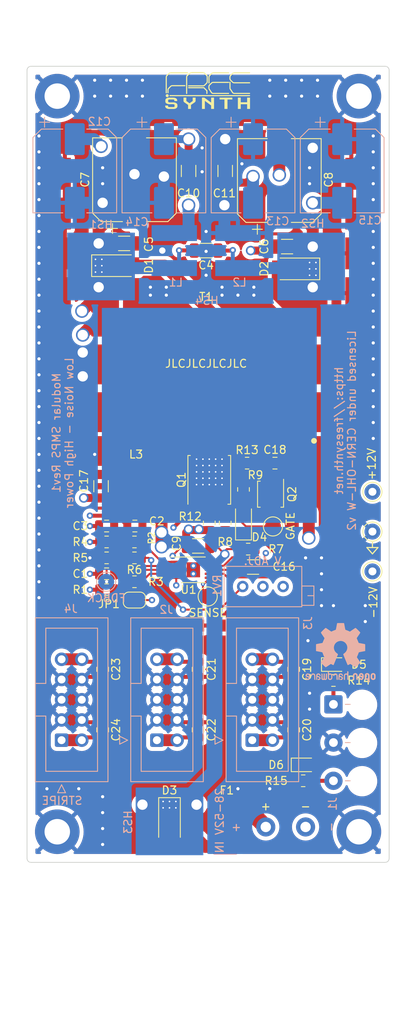
<source format=kicad_pcb>
(kicad_pcb (version 20211014) (generator pcbnew)
  (title_block (title "Flyback Converter") (date "2022-02-05") (rev "1") (company "FreeSynth"))
  (layers (0 "F.Cu" signal) (1 "In1.Cu" signal) (2 "In2.Cu" signal) (31 "B.Cu" signal) (34 "B.Paste" user) (35 "F.Paste" user) (36 "B.SilkS" user "B.Silkscreen") (37 "F.SilkS" user "F.Silkscreen") (38 "B.Mask" user) (39 "F.Mask" user) (44 "Edge.Cuts" user))
  (net 0 "")
  (net 1 "Net-(C1-Pad1)")
  (net 2 "GND")
  (net 3 "Net-(C2-Pad1)")
  (net 4 "Net-(C3-Pad1)")
  (net 5 "Net-(C4-Pad1)")
  (net 6 "Net-(C4-Pad2)")
  (net 7 "/+ve_2")
  (net 8 "VCC")
  (net 9 "/+12V")
  (net 10 "Net-(C16-Pad2)")
  (net 11 "Net-(C17-Pad1)")
  (net 12 "Net-(C18-Pad1)")
  (net 13 "Net-(C18-Pad2)")
  (net 14 "/+ve_1")
  (net 15 "/-ve_1")
  (net 16 "Net-(D3-Pad2)")
  (net 17 "/GATE")
  (net 18 "Net-(D4-Pad2)")
  (net 19 "Net-(D5-Pad2)")
  (net 20 "Net-(D6-Pad1)")
  (net 21 "Net-(F1-Pad1)")
  (net 22 "/SENSE")
  (net 23 "Net-(J6-Pad1)")
  (net 24 "Net-(J6-Pad3)")
  (net 25 "Net-(JP1-Pad1)")
  (net 26 "Net-(Q1-Pad4)")
  (net 27 "Net-(HS4-Pad1)")
  (net 28 "Net-(R3-Pad1)")
  (net 29 "/FDBCK")
  (net 30 "Net-(R6-Pad1)")
  (net 31 "Net-(R7-Pad2)")
  (footprint "Package_TO_SOT_SMD:TDSON-8-1" (layer "F.Cu") (at 75.4 110.2 90)
    (fp_text reference "Q1")
    (fp_text value "BSC900N20NS3GATMA1")
  )
  (footprint "Capacitor_SMD:C_0805_2012Metric" (layer "F.Cu") (at 74 134 -90)
    (fp_text reference "C21")
    (fp_text value "100n")
  )
  (footprint "MountingHole:MountingHole_3.2mm_M3_DIN965_Pad" (layer "F.Cu") (at 56.3 62)
    (fp_text reference "H1" hide)
    (fp_text value "MountingHole_Pad")
  )
  (footprint "Capacitor_SMD:C_1206_3216Metric" (layer "F.Cu") (at 80.9 121.15 180)
    (fp_text reference "C16")
    (fp_text value "10u")
  )
  (footprint "Diode_SMD:D_SOD-323" (layer "F.Cu") (at 87.2 146)
    (fp_text reference "D6")
    (fp_text value "BZX384C8V2-E3-18")
  )
  (footprint "TestPoint:TestPoint_Pad_D2.0mm" (layer "F.Cu") (at 75.2 124.85)
    (fp_text reference "TP5")
    (fp_text value "SENSE")
  )
  (footprint "Capacitor_SMD:C_0805_2012Metric" (layer "F.Cu") (at 62 134 -90)
    (fp_text reference "C23")
    (fp_text value "100n")
  )
  (footprint "Package_SO:Vishay_PowerPAK_1212-8_Single" (layer "F.Cu") (at 83.1 112 -90)
    (fp_text reference "Q2")
    (fp_text value "Si7119DN")
  )
  (footprint "Package_SO:MSOP-10-1EP_3x3mm_P0.5mm_EP1.68x1.88mm" (layer "F.Cu") (at 73.4 121.5)
    (fp_text reference "U1")
    (fp_text value "LT3758AEMSE-TRPBF")
  )
  (footprint "Capacitor_SMD:C_0805_2012Metric" (layer "F.Cu") (at 66.05 116 180)
    (fp_text reference "C2")
    (fp_text value "100p")
  )
  (footprint "Diode_SMD:D_SOD-128" (layer "F.Cu") (at 86.2 83.7 180)
    (fp_text reference "D2")
    (fp_text value "PMEG6030EP")
  )
  (footprint "Capacitor_SMD:C_0805_2012Metric" (layer "F.Cu") (at 62.5 122 180)
    (fp_text reference "C1")
    (fp_text value "2.2u 16V")
  )
  (footprint "TestPoint:TestPoint_THTPad_D2.0mm_Drill1.0mm" (layer "F.Cu") (at 95.9 111.7)
    (fp_text reference "TP2")
    (fp_text value "+12V")
  )
  (footprint "Resistor_SMD:R_0805_2012Metric" (layer "F.Cu") (at 66 120 180)
    (fp_text reference "R6")
    (fp_text value "7.5k")
  )
  (footprint "Capacitor_SMD:CP_Elec_10x10" (layer "F.Cu") (at 66 72.5 90)
    (fp_text reference "C7")
    (fp_text value "220u 35V")
  )
  (footprint "Capacitor_SMD:C_0805_2012Metric" (layer "F.Cu") (at 74 141.6 -90)
    (fp_text reference "C22")
    (fp_text value "100n")
  )
  (footprint "Fuse:0680L-BelFuse" (layer "F.Cu") (at 77.4 153.8 -90)
    (fp_text reference "F1")
    (fp_text value "Fuse")
  )
  (footprint "Resistor_SMD:R_0805_2012Metric" (layer "F.Cu") (at 62.5 118)
    (fp_text reference "R4")
    (fp_text value "210k")
  )
  (footprint "Capacitor_SMD:C_1206_3216Metric" (layer "F.Cu") (at 64.7 80.5 180)
    (fp_text reference "C5")
    (fp_text value "10u")
  )
  (footprint "TestPoint:TestPoint_THTPad_D2.0mm_Drill1.0mm" (layer "F.Cu") (at 95.9 121.7)
    (fp_text reference "TP3")
    (fp_text value "-12V")
  )
  (footprint "TestPoint:TestPoint_THTPad_D2.0mm_Drill1.0mm" (layer "F.Cu") (at 95.9 116.7)
    (fp_text reference "TP1")
    (fp_text value "AGND")
  )
  (footprint "Diode_SMD:D_SOD-128" (layer "F.Cu") (at 63.7 83.3)
    (fp_text reference "D1")
    (fp_text value "PMEG6030EP")
  )
  (footprint "Resistor_SMD:R_0805_2012Metric" (layer "F.Cu") (at 62.5 120)
    (fp_text reference "R5")
    (fp_text value "105k")
  )
  (footprint "Diode_SMD:D_SOD-323" (layer "F.Cu") (at 91 133.4)
    (fp_text reference "D5")
    (fp_text value "BZX384C8V2-E3-18")
  )
  (footprint "Diode_SMD:D_SOD-128" (layer "F.Cu") (at 70.4 153.2 -90)
    (fp_text reference "D3")
    (fp_text value "PMEG6030EP")
  )
  (footprint "Transformer_SMD:Transformer_749196510_WürthElektronik" (layer "F.Cu") (at 75.4 95.7 180)
    (fp_text reference "T1")
    (fp_text value "Transformer_749196510_WürthElektronik")
  )
  (footprint "Capacitor_SMD:C_1206_3216Metric" (layer "F.Cu") (at 75 81.4 180)
    (fp_text reference "C4")
    (fp_text value "10u")
  )
  (footprint "Resistor_SMD:R_0805_2012Metric" (layer "F.Cu") (at 66 123 180)
    (fp_text reference "R3")
    (fp_text value "33k")
  )
  (footprint "Capacitor_SMD:CP_Elec_10x10" (layer "F.Cu") (at 84.2 72.6 90)
    (fp_text reference "C8")
    (fp_text value "220u 35V")
  )
  (footprint "Capacitor_SMD:C_1206_3216Metric" (layer "F.Cu") (at 74 118.5 180)
    (fp_text reference "C9")
    (fp_text value "2.2u 100V")
  )
  (footprint "Capacitor_SMD:C_0805_2012Metric" (layer "F.Cu") (at 86 134 -90)
    (fp_text reference "C19")
    (fp_text value "100n")
  )
  (footprint "Inductor_SMD:BWVS00606045100ML1-YAGEO" (layer "F.Cu") (at 66.4 111 180)
    (fp_text reference "L3")
    (fp_text value "10u")
  )
  (footprint "Capacitor_SMD:C_1206_3216Metric" (layer "F.Cu") (at 85.175 80.9)
    (fp_text reference "C6")
    (fp_text value "10u")
  )
  (footprint "MountingHole:MountingHole_3.2mm_M3_DIN965_Pad" (layer "F.Cu") (at 94.2 154.4)
    (fp_text reference "H4" hide)
    (fp_text value "MountingHole_Pad")
  )
  (footprint "Capacitor_SMD:C_0805_2012Metric" (layer "F.Cu") (at 83.65 108.1)
    (fp_text reference "C18")
    (fp_text value "10n")
  )
  (footprint "MountingHole:MountingHole_3.2mm_M3_DIN965_Pad" (layer "F.Cu") (at 94.2 62)
    (fp_text reference "H2" hide)
    (fp_text value "MountingHole_Pad")
  )
  (footprint "Capacitor_SMD:C_1206_3216Metric" (layer "F.Cu") (at 77.4 71.4 90)
    (fp_text reference "C11")
    (fp_text value "10u")
  )
  (footprint "Resistor_SMD:R_0805_2012Metric" (layer "F.Cu") (at 91 135.4)
    (fp_text reference "R14")
    (fp_text value "240")
  )
  (footprint "RF_Shielding:MS638-10" (layer "F.Cu") (at 75.25 96.75 90)
    (fp_text reference "J5" hide)
    (fp_text value "RFShield_TwoPieces" hide)
  )
  (footprint "Capacitor_SMD:C_0805_2012Metric" (layer "F.Cu") (at 86 141.6 -90)
    (fp_text reference "C20")
    (fp_text value "100n")
  )
  (footprint "Capacitor_SMD:C_0805_2012Metric" (layer "F.Cu") (at 62 141.6 -90)
    (fp_text reference "C24")
    (fp_text value "100n")
  )
  (footprint "Resistor_SMD:R_0805_2012Metric" (layer "F.Cu") (at 77.4 115.6125 90)
    (fp_text reference "R8")
    (fp_text value "33")
  )
  (footprint "Capacitor_SMD:C_1206_3216Metric" (layer "F.Cu") (at 72.8 71.4 90)
    (fp_text reference "C10")
    (fp_text value "10u")
  )
  (footprint "Capacitor_SMD:C_1206_3216Metric" (layer "F.Cu") (at 61.8 111 -90)
    (fp_text reference "C17")
    (fp_text value "2.2u 100V")
  )
  (footprint "Resistor_SMD:R_0805_2012Metric" (layer "F.Cu") (at 62.5 124 180)
    (fp_text reference "R1")
    (fp_text value "33k")
  )
  (footprint "Resistor_SMD:R_0805_2012Metric" (layer "F.Cu") (at 66 118 180)
    (fp_text reference "R2")
    (fp_text value "10k")
  )
  (footprint "Diode_SMD:D_SOD-123" (layer "F.Cu") (at 79.7 115.5 90)
    (fp_text reference "D4")
    (fp_text value "MBR0530")
  )
  (footprint "Jumper:SolderJumper-2_P1.3mm_Bridged_RoundedPad1.0x1.5mm" (layer "F.Cu") (at 66 125.3)
    (fp_text reference "JP1")
    (fp_text value "SolderJumper_2_Bridged")
  )
  (footprint "Capacitor_SMD:C_0805_2012Metric" (layer "F.Cu") (at 62.5 116 180)
    (fp_text reference "C3")
    (fp_text value "10n")
  )
  (footprint "Resistor_SMD:R_0805_2012Metric" (layer "F.Cu") (at 80.15 108.1)
    (fp_text reference "R13")
    (fp_text value "33")
  )
  (footprint "TestPoint:TestPoint_Pad_D2.0mm" (layer "F.Cu") (at 83.4 116.05)
    (fp_text reference "TP6")
    (fp_text value "GATE")
  )
  (footprint "MountingHole:MountingHole_3.2mm_M3_DIN965_Pad" (layer "F.Cu") (at 56.3 154.4)
    (fp_text reference "H3" hide)
    (fp_text value "MountingHole_Pad")
  )
  (footprint "Resistor_SMD:R_0805_2012Metric" (layer "F.Cu") (at 87.2 148)
    (fp_text reference "R15")
    (fp_text value "240")
  )
  (footprint "Resistor_SMD:R_0805_2012Metric" (layer "F.Cu") (at 75.4 115.6 90)
    (fp_text reference "R12")
    (fp_text value "10m")
  )
  (footprint "Resistor_SMD:R_0805_2012Metric" (layer "F.Cu") (at 79.7 111.4 90)
    (fp_text reference "R9")
    (fp_text value "1")
  )
  (footprint "Resistor_SMD:R_0805_2012Metric" (layer "F.Cu") (at 80.2875 118.9)
    (fp_text reference "R7")
    (fp_text value "1k")
  )
  (footprint "Heatsink:Heatsink_ASSMAN_8.5x8.5x8.0mm" (layer "B.Cu") (at 88.2 83.4)
    (fp_text reference "HS2")
    (fp_text value "Heatsink_ASSMAN_8.5x8.5x8.0mm")
  )
  (footprint "Capacitor_SMD:CP_Elec_10x10" (layer "B.Cu") (at 92.1 71.4 -90)
    (fp_text reference "C15")
    (fp_text value "220u 35V")
  )
  (footprint "TestPoint:TestPoint_Pad_D2.0mm" (layer "B.Cu") (at 62.45 123 180)
    (fp_text reference "TP4")
    (fp_text value "FDBCK")
  )
  (footprint "Capacitor_SMD:CP_Elec_10x10" (layer "B.Cu") (at 80.9 71.4 -90)
    (fp_text reference "C13")
    (fp_text value "220u 35V")
  )
  (footprint "Inductor_SMD:BWVS00606045100ML1-YAGEO" (layer "B.Cu") (at 71 81.4)
    (fp_text reference "L1")
    (fp_text value "10u")
  )
  (footprint "Heatsink:Heatsink_ASSMAN_8.5x8.5x8.0mm" (layer "B.Cu") (at 61.8 83.4 180)
    (fp_text reference "HS1")
    (fp_text value "Heatsink_ASSMAN_8.5x8.5x8.0mm")
  )
  (footprint "Inductor_SMD:BWVS00606045100ML1-YAGEO" (layer "B.Cu") (at 79 81.4)
    (fp_text reference "L2")
    (fp_text value "10u")
  )
  (footprint "Capacitor_SMD:CP_Elec_10x10" (layer "B.Cu") (at 69.7 71.4 -90)
    (fp_text reference "C14")
    (fp_text value "220u 35V")
  )
  (footprint "Capacitor_SMD:CP_Elec_10x10" (layer "B.Cu") (at 58.5 71.4 -90)
    (fp_text reference "C12")
    (fp_text value "220u 35V")
  )
  (footprint "Heatsink:Heatsink_ASSMAN_8.5x8.5x8.0mm" (layer "B.Cu") (at 70.4 153.1 180)
    (fp_text reference "HS3")
    (fp_text value "Heatsink_ASSMAN_8.5x8.5x8.0mm")
  )
  (footprint "Potentiometer_THT:Potentiometer_Bourns_3296X_Horizontal" (layer "B.Cu") (at 79.6 123.6 180)
    (fp_text reference "RV1")
    (fp_text value "1k")
  )
  (footprint "Connector_IDC:IDC-Header_2x05_P2.54mm_Vertical" (layer "B.Cu") (at 56.84 142.9)
    (fp_text reference "J4")
    (fp_text value "Conn_02x05_Odd_Even")
  )
  (footprint "Symbol:OSHW-Logo2_9.8x8mm_SilkScreen" (layer "B.Cu") (at 91.9 131.9 180)
    (fp_text reference "REF**" hide)
    (fp_text value "OSHW-Logo2_9.8x8mm_SilkScreen" hide)
  )
  (footprint "Connector_IDC:IDC-Header_2x05_P2.54mm_Vertical" (layer "B.Cu") (at 80.8 142.9)
    (fp_text reference "J3")
    (fp_text value "Conn_02x05_Odd_Even")
  )
  (footprint "Connector_Wire:SolderWire-0.5sqmm_1x03_P4.8mm_D0.9mm_OD2.3mm_Relief" (layer "B.Cu") (at 91 138.4 -90)
    (fp_text reference "J6")
    (fp_text value "Wire_StrainRelief_01x03")
  )
  (footprint "Connector_IDC:IDC-Header_2x05_P2.54mm_Vertical" (layer "B.Cu") (at 68.82 142.9)
    (fp_text reference "J2")
    (fp_text value "Conn_02x05_Odd_Even")
  )
  (footprint "TerminalBlock_Wuerth:WürthElektronik_TermBlock_1x02_WR-TBLSeries1377_P5.00mm" (layer "B.Cu") (at 85 153.8)
    (fp_text reference "J1")
    (fp_text value "Screw_Terminal_01x02")
  )
  (footprint "Heatsink:Heatsink_ASSMAN_27.0x27.0x6.0mm" (layer "B.Cu") (at 75.4 102.1 180)
    (fp_text reference "HS4")
    (fp_text value "Heatsink_ASSMAN_27.0x27.0x6.0mm")
  )
  (gr_line (start 95.9 118.7) (end 95.2 118.7) (layer "F.SilkS") (width 0.15))
  (gr_poly (pts (xy 75.359147 60.40767) (xy 75.355926 60.40759) (xy 75.352727 60.407352) (xy 75.349555 60.406958) (xy 75.346416 60.40641) (xy 75.343314 60.405711) (xy 75.340256 60.404862) (xy 75.337246 60.403866) (xy 75.33429 60.402725) (xy 75.331393 60.401442) (xy 75.32856 60.400018) (xy 75.325798 60.398455) (xy 75.32311 60.396756) (xy 75.320503 60.394924) (xy 75.317981 60.39296) (xy 75.315551 60.390866) (xy 75.313217 60.388645) (xy 75.310996 60.386311) (xy 75.308902 60.38388) (xy 75.306938 60.381359) (xy 75.305105 60.378752) (xy 75.303407 60.376064) (xy 75.301844 60.373301) (xy 75.30042 60.370469) (xy 75.299136 60.367572) (xy 75.297995 60.364616) (xy 75.297 60.361606) (xy 75.296151 60.358547) (xy 75.295451 60.355446) (xy 75.294904 60.352306) (xy 75.29451 60.349134) (xy 75.294272 60.345935) (xy 75.294192 60.342714) (xy 75.294192 59.627281) (xy 75.2946 59.608922) (xy 75.295917 59.590687) (xy 75.298128 59.572607) (xy 75.301222 59.554711) (xy 75.305185 59.537032) (xy 75.310006 59.5196) (xy 75.31567 59.502445) (xy 75.322166 59.485598) (xy 75.329481 59.46909) (xy 75.337601 59.452952) (xy 75.346515 59.437214) (xy 75.35621 59.421908) (xy 75.366672 59.407063) (xy 75.377889 59.392712) (xy 75.389849 59.378883) (xy 75.402538 59.365609) (xy 75.653893 59.114254) (xy 75.667167 59.101565) (xy 75.680996 59.089605) (xy 75.695347 59.078388) (xy 75.710192 59.067925) (xy 75.725498 59.058231) (xy 75.741236 59.049317) (xy 75.757374 59.041196) (xy 75.773882 59.033882) (xy 75.790729 59.027386) (xy 75.807884 59.021721) (xy 75.825316 59.016901) (xy 75.842996 59.012937) (xy 75.860891 59.009844) (xy 75.878972 59.007632) (xy 75.897207 59.006316) (xy 75.915566 59.005907) (xy 77.822947 59.005907) (xy 77.827416 59.005859) (xy 77.83184 59.006113) (xy 77.836207 59.006664) (xy 77.840503 59.007503) (xy 77.844715 59.008624) (xy 77.84883 59.01002) (xy 77.852834 59.011684) (xy 77.856716 59.013608) (xy 77.860461 59.015786) (xy 77.864056 59.018211) (xy 77.867489 59.020875) (xy 77.870746 59.023772) (xy 77.873814 59.026894) (xy 77.87668 59.030234) (xy 77.87933 59.033786) (xy 77.881753 59.037541) (xy 77.883913 59.041454) (xy 77.885785 59.045471) (xy 77.887369 59.049577) (xy 77.888665 59.053758) (xy 77.889673 59.057998) (xy 77.890393 59.062284) (xy 77.890825 59.066599) (xy 77.890969 59.070928) (xy 77.890825 59.075258) (xy 77.890393 59.079573) (xy 77.889673 59.083858) (xy 77.888665 59.088099) (xy 77.887369 59.09228) (xy 77.885785 59.096386) (xy 77.883913 59.100403) (xy 77.881753 59.104316) (xy 77.880571 59.106218) (xy 77.87933 59.108071) (xy 77.878033 59.109873) (xy 77.87668 59.111623) (xy 77.875273 59.11332) (xy 77.873814 59.114963) (xy 77.872304 59.116552) (xy 77.870746 59.118085) (xy 77.86914 59.119562) (xy 77.867489 59.120982) (xy 77.865793 59.122343) (xy 77.864056 59.123646) (xy 77.862278 59.124888) (xy 77.860461 59.12607) (xy 77.858606 59.127191) (xy 77.856716 59.128248) (xy 77.854791 59.129243) (xy 77.852834 59.130173) (xy 77.850846 59.131038) (xy 77.84883 59.131837) (xy 77.846785 59.132569) (xy 77.844715 59.133233) (xy 77.84262 59.133828) (xy 77.840503 59.134354) (xy 77.838364 59.134809) (xy 77.836207 59.135193) (xy 77.834032 59.135505) (xy 77.83184 59.135744) (xy 77.829634 59.135909) (xy 77.827416 59.135998) (xy 77.825186 59.136012) (xy 77.822947 59.13595) (xy 75.91583 59.13595) (xy 75.903921 59.136205) (xy 75.892092 59.13705) (xy 75.880363 59.138477) (xy 75.868754 59.140478) (xy 75.857285 59.143043) (xy 75.845976 59.146166) (xy 75.834848 59.149837) (xy 75.823919 59.154048) (xy 75.813211 59.158792) (xy 75.802743 59.164059) (xy 75.792536 59.169841) (xy 75.782608 59.176131) (xy 75.772981 59.18292) (xy 75.763674 59.190199) (xy 75.754707 59.197961) (xy 75.746101 59.206197) (xy 75.494746 59.457551) (xy 75.48651 59.466157) (xy 75.478749 59.475124) (xy 75.471469 59.484431) (xy 75.464681 59.494058) (xy 75.458391 59.503986) (xy 75.452608 59.514194) (xy 75.447341 59.524662) (xy 75.442598 59.53537) (xy 75.438386 59.546298) (xy 75.434715 59.557427) (xy 75.431593 59.568736) (xy 75.429027 59.580204) (xy 75.427027 59.591813) (xy 75.4256 59.603543) (xy 75.424754 59.615372) (xy 75.424499 59.627281) (xy 75.424499 60.342714) (xy 75.424419 60.345948) (xy 75.424179 60.34916) (xy 75.423782 60.352345) (xy 75.42323 60.355496) (xy 75.422525 60.358609) (xy 75.42167 60.361678) (xy 75.420666 60.364699) (xy 75.419517 60.367665) (xy 75.418223 60.370571) (xy 75.416789 60.373412) (xy 75.415215 60.376182) (xy 75.413504 60.378876) (xy 75.411658 60.381489) (xy 75.409679 60.384016) (xy 75.40757 60.38645) (xy 75.405333 60.388786) (xy 75.402983 60.391009) (xy 75.400536 60.393103) (xy 75.397998 60.395066) (xy 75.395374 60.396896) (xy 75.392669 60.39859) (xy 75.389889 60.400147) (xy 75.387039 60.401565) (xy 75.384126 60.40284) (xy 75.381153 60.403971) (xy 75.378126 60.404956) (xy 75.375052 60.405793) (xy 75.371935 60.406479) (xy 75.36878 60.407011) (xy 75.365593 60.407389) (xy 75.36238 60.407609) (xy 75.359146 60.40767) (xy 75.359147 60.40767)) (layer "F.SilkS") (width 0.013229) (fill solid))
  (gr_poly (pts (xy 70.21115 61.636395) (xy 70.207805 61.63631) (xy 70.204504 61.63606) (xy 70.201251 61.635647) (xy 70.19805 61.635076) (xy 70.194905 61.634351) (xy 70.19182 61.633476) (xy 70.188799 61.632456) (xy 70.185847 61.631293) (xy 70.182966 61.629993) (xy 70.180163 61.628559) (xy 70.177439 61.626996) (xy 70.1748 61.625307) (xy 70.17225 61.623497) (xy 70.169793 61.621569) (xy 70.167432 61.619528) (xy 70.165173 61.617378) (xy 70.163018 61.615122) (xy 70.160972 61.612766) (xy 70.159039 61.610313) (xy 70.157224 61.607766) (xy 70.155529 61.605131) (xy 70.153961 61.602411) (xy 70.152521 61.59961) (xy 70.151215 61.596732) (xy 70.150047 61.593782) (xy 70.14902 61.590763) (xy 70.148139 61.58768) (xy 70.147408 61.584536) (xy 70.14683 61.581336) (xy 70.146411 61.578084) (xy 70.146153 61.574784) (xy 70.146062 61.571439) (xy 70.146062 61.234228) (xy 70.14647 61.215864) (xy 70.147787 61.197624) (xy 70.15 61.179538) (xy 70.153097 61.161639) (xy 70.157065 61.143956) (xy 70.161892 61.12652) (xy 70.167563 61.109363) (xy 70.174068 61.092515) (xy 70.181392 61.076007) (xy 70.189523 61.059869) (xy 70.198448 61.044133) (xy 70.208155 61.028829) (xy 70.218631 61.013989) (xy 70.229862 60.999642) (xy 70.241837 60.98582) (xy 70.254542 60.972554) (xy 70.498487 60.728609) (xy 70.511813 60.716001) (xy 70.525681 60.704113) (xy 70.540063 60.692958) (xy 70.554929 60.682548) (xy 70.570249 60.672896) (xy 70.585992 60.664014) (xy 70.602129 60.655914) (xy 70.61863 60.648609) (xy 70.635465 60.642111) (xy 70.652605 60.636433) (xy 70.670019 60.631586) (xy 70.687677 60.627583) (xy 70.705551 60.624437) (xy 70.723609 60.62216) (xy 70.741822 60.620765) (xy 70.76016 60.620262) (xy 72.335092 60.620262) (xy 72.33833 60.620488) (xy 72.34152 60.620869) (xy 72.34466 60.621401) (xy 72.347746 60.622079) (xy 72.350773 60.622902) (xy 72.353739 60.623863) (xy 72.35664 60.624961) (xy 72.359472 60.62619) (xy 72.362231 60.627547) (xy 72.364915 60.629028) (xy 72.367518 60.63063) (xy 72.370037 60.632348) (xy 72.37247 60.634179) (xy 72.374811 60.636119) (xy 72.377058 60.638164) (xy 72.379207 60.64031) (xy 72.381254 60.642553) (xy 72.383195 60.64489) (xy 72.385028 60.647317) (xy 72.386747 60.649829) (xy 72.38835 60.652424) (xy 72.389832 60.655096) (xy 72.391191 60.657844) (xy 72.392423 60.660661) (xy 72.393523 60.663546) (xy 72.394488 60.666493) (xy 72.395315 60.6695) (xy 72.396 60.672561) (xy 72.396539 60.675674) (xy 72.396928 60.678835) (xy 72.397165 60.682039) (xy 72.397244 60.685284) (xy 72.397165 60.688528) (xy 72.396928 60.691732) (xy 72.396539 60.694893) (xy 72.396 60.698006) (xy 72.395315 60.701068) (xy 72.394488 60.704074) (xy 72.393523 60.707022) (xy 72.392423 60.709906) (xy 72.391191 60.712724) (xy 72.389832 60.715471) (xy 72.38835 60.718144) (xy 72.386747 60.720738) (xy 72.385028 60.723251) (xy 72.383195 60.725678) (xy 72.381254 60.728014) (xy 72.379207 60.730258) (xy 72.377058 60.732404) (xy 72.374811 60.734449) (xy 72.37247 60.736388) (xy 72.370037 60.738219) (xy 72.367518 60.739938) (xy 72.364915 60.741539) (xy 72.362231 60.743021) (xy 72.359472 60.744378) (xy 72.35664 60.745607) (xy 72.353739 60.746704) (xy 72.350773 60.747666) (xy 72.347746 60.748488) (xy 72.34466 60.749167) (xy 72.34152 60.749699) (xy 72.33833 60.750079) (xy 72.335092 60.750305) (xy 70.760822 60.750305) (xy 70.748882 60.750591) (xy 70.737023 60.751461) (xy 70.725264 60.752909) (xy 70.713625 60.754926) (xy 70.702124 60.757503) (xy 70.690783 60.760633) (xy 70.67962 60.764308) (xy 70.668655 60.768519) (xy 70.657908 60.773259) (xy 70.647398 60.778519) (xy 70.637146 60.784292) (xy 70.62717 60.790568) (xy 70.617491 60.79734) (xy 70.608128 60.8046) (xy 70.599101 60.81234) (xy 70.59043 60.820552) (xy 70.346484 61.064498) (xy 70.338239 61.0731) (xy 70.330468 61.082064) (xy 70.32318 61.091368) (xy 70.316382 61.100993) (xy 70.310083 61.110919) (xy 70.304292 61.121126) (xy 70.299016 61.131593) (xy 70.294264 61.142301) (xy 70.290044 61.15323) (xy 70.286365 61.164359) (xy 70.283235 61.175669) (xy 70.280661 61.18714) (xy 70.278653 61.198751) (xy 70.277219 61.210483) (xy 70.276367 61.222315) (xy 70.276105 61.234228) (xy 70.276105 61.571439) (xy 70.276025 61.57466) (xy 70.275787 61.577859) (xy 70.275393 61.581031) (xy 70.274845 61.584171) (xy 70.274146 61.587272) (xy 70.273297 61.590331) (xy 70.272301 61.593341) (xy 70.27116 61.596297) (xy 70.269877 61.599194) (xy 70.268453 61.602026) (xy 70.26689 61.604789) (xy 70.265191 61.607477) (xy 70.263359 61.610084) (xy 70.261395 61.612605) (xy 70.259301 61.615036) (xy 70.25708 61.61737) (xy 70.254746 61.619591) (xy 70.252315 61.621685) (xy 70.249794 61.623649) (xy 70.247187 61.625482) (xy 70.244499 61.62718) (xy 70.241736 61.628743) (xy 70.238904 61.630167) (xy 70.236007 61.63145) (xy 70.23305 61.632591) (xy 70.230041 61.633587) (xy 70.226982 61.634436) (xy 70.223881 61.635135) (xy 70.220741 61.635683) (xy 70.217569 61.636077) (xy 70.21437 61.636315) (xy 70.211149 61.636395) (xy 70.21115 61.636395)) (layer "F.SilkS") (width 0.013229) (fill solid))
  (gr_line (start 95.9 117.95) (end 95.9 118.7) (layer "F.SilkS") (width 0.15))
  (gr_line (start 95.2 118.7) (end 95.9 119.5) (layer "F.SilkS") (width 0.15))
  (gr_poly (pts (xy 73.539476 62.794079) (xy 73.095505 63.102451) (xy 73.095505 63.6) (xy 72.741889 63.6) (xy 72.741889 63.102451) (xy 72.297918 62.794079) (xy 72.279297 62.781039) (xy 72.26238 62.768255) (xy 72.247098 62.755642) (xy 72.233381 62.743114) (xy 72.227088 62.736855) (xy 72.22116 62.730586) (xy 72.215589 62.724295) (xy 72.210366 62.717972) (xy 72.205482 62.711607) (xy 72.200929 62.705188) (xy 72.196697 62.698706) (xy 72.192779 62.692148) (xy 72.189166 62.685506) (xy 72.185849 62.678768) (xy 72.182819 62.671923) (xy 72.180068 62.66496) (xy 72.177586 62.65787) (xy 72.175366 62.650642) (xy 72.173398 62.643264) (xy 72.171675 62.635726) (xy 72.168925 62.620128) (xy 72.167046 62.603763) (xy 72.16597 62.586545) (xy 72.165627 62.568389) (xy 72.165627 62.192152) (xy 72.512363 62.192152) (xy 72.512363 62.558203) (xy 72.512451 62.575428) (xy 72.51266 62.582741) (xy 72.513068 62.589316) (xy 72.51374 62.59525) (xy 72.514742 62.600637) (xy 72.515388 62.603157) (xy 72.516141 62.605576) (xy 72.517009 62.607906) (xy 72.518002 62.61016) (xy 72.519127 62.61235) (xy 72.520392 62.614488) (xy 72.521806 62.616585) (xy 72.523376 62.618654) (xy 72.525113 62.620707) (xy 72.527022 62.622755) (xy 72.531394 62.626887) (xy 72.53656 62.631146) (xy 72.542584 62.635628) (xy 72.549534 62.64043) (xy 72.557474 62.645647) (xy 72.914662 62.900573) (xy 73.27595 62.646045) (xy 73.283891 62.640828) (xy 73.290841 62.636026) (xy 73.296865 62.631543) (xy 73.299551 62.629392) (xy 73.30203 62.627284) (xy 73.304312 62.625208) (xy 73.306403 62.623152) (xy 73.308312 62.621104) (xy 73.310048 62.619051) (xy 73.311619 62.616982) (xy 73.313033 62.614885) (xy 73.314298 62.612747) (xy 73.315423 62.610557) (xy 73.316415 62.608303) (xy 73.317284 62.605973) (xy 73.318037 62.603554) (xy 73.318683 62.601035) (xy 73.319229 62.598403) (xy 73.319685 62.595647) (xy 73.320058 62.592754) (xy 73.320357 62.589713) (xy 73.320764 62.583138) (xy 73.320974 62.575825) (xy 73.321062 62.5586) (xy 73.321062 62.192152) (xy 73.67137 62.192152) (xy 73.67137 62.568389) (xy 73.67101 62.586545) (xy 73.66993 62.603763) (xy 73.66806 62.620128) (xy 73.665328 62.635726) (xy 73.661664 62.650642) (xy 73.656997 62.66496) (xy 73.651254 62.678768) (xy 73.644366 62.692148) (xy 73.636261 62.705188) (xy 73.626868 62.717972) (xy 73.616115 62.730585) (xy 73.603933 62.743114) (xy 73.590248 62.755642) (xy 73.574992 62.768255) (xy 73.558091 62.781039) (xy 73.539476 62.794079)) (layer "F.SilkS") (width 0.013229) (fill solid))
  (gr_poly (pts (xy 80.464415 60.389678) (xy 78.531898 60.389678) (xy 78.513531 60.38927) (xy 78.495289 60.387955) (xy 78.477201 60.385744) (xy 78.459298 60.382651) (xy 78.44161 60.378689) (xy 78.42417 60.373869) (xy 78.407007 60.368204) (xy 78.390152 60.361709) (xy 78.373636 60.354394) (xy 78.357489 60.346273) (xy 78.341743 60.337359) (xy 78.326428 60.327664) (xy 78.311575 60.317201) (xy 78.297214 60.305983) (xy 78.283377 60.294022) (xy 78.270094 60.281331) (xy 78.037524 60.048762) (xy 78.024839 60.035485) (xy 78.012883 60.021655) (xy 78.001669 60.007301) (xy 77.99121 59.992456) (xy 77.981517 59.977149) (xy 77.972605 59.961411) (xy 77.964486 59.945273) (xy 77.957171 59.928765) (xy 77.950675 59.911919) (xy 77.94501 59.894765) (xy 77.940188 59.877333) (xy 77.936223 59.859655) (xy 77.933126 59.841761) (xy 77.930911 59.823681) (xy 77.92959 59.805447) (xy 77.929176 59.787089) (xy 77.929177 59.619476) (xy 77.929591 59.601118) (xy 77.930911 59.582884) (xy 77.933126 59.564804) (xy 77.936223 59.54691) (xy 77.940189 59.529232) (xy 77.94501 59.5118) (xy 77.950676 59.494646) (xy 77.957172 59.4778) (xy 77.964486 59.461292) (xy 77.972606 59.445154) (xy 77.981518 59.429416) (xy 77.99121 59.414109) (xy 78.001669 59.399264) (xy 78.012883 59.38491) (xy 78.024839 59.37108) (xy 78.037524 59.357803) (xy 78.281338 59.113989) (xy 78.294615 59.101304) (xy 78.308445 59.089349) (xy 78.322799 59.078135) (xy 78.337645 59.067675) (xy 78.352952 59.057983) (xy 78.36869 59.049071) (xy 78.384828 59.040952) (xy 78.401335 59.033637) (xy 78.418181 59.027141) (xy 78.435335 59.021476) (xy 78.452767 59.016654) (xy 78.470445 59.012689) (xy 78.488339 59.009592) (xy 78.506419 59.007377) (xy 78.524653 59.006056) (xy 78.543011 59.005643) (xy 80.464415 59.005643) (xy 80.467653 59.005868) (xy 80.470843 59.006249) (xy 80.473983 59.006781) (xy 80.477069 59.007459) (xy 80.480097 59.008281) (xy 80.483063 59.009243) (xy 80.485964 59.01034) (xy 80.488796 59.011569) (xy 80.491555 59.012927) (xy 80.494238 59.014408) (xy 80.496841 59.01601) (xy 80.499361 59.017728) (xy 80.501794 59.019559) (xy 80.504135 59.021498) (xy 80.506382 59.023543) (xy 80.508531 59.025689) (xy 80.510578 59.027933) (xy 80.512519 59.03027) (xy 80.514352 59.032696) (xy 80.516071 59.035209) (xy 80.517674 59.037803) (xy 80.519157 59.040476) (xy 80.520515 59.043223) (xy 80.521747 59.046041) (xy 80.522847 59.048926) (xy 80.523812 59.051873) (xy 80.524639 59.05488) (xy 80.525324 59.057941) (xy 80.525863 59.061054) (xy 80.526253 59.064215) (xy 80.526489 59.06742) (xy 80.526569 59.070664) (xy 80.526489 59.073908) (xy 80.526253 59.077113) (xy 80.525863 59.080274) (xy 80.525324 59.083387) (xy 80.524639 59.086448) (xy 80.523812 59.089455) (xy 80.522847 59.092402) (xy 80.521747 59.095287) (xy 80.520515 59.098105) (xy 80.519157 59.100852) (xy 80.517674 59.103525) (xy 80.516071 59.106119) (xy 80.514352 59.108632) (xy 80.512519 59.111058) (xy 80.510578 59.113395) (xy 80.508531 59.115639) (xy 80.506382 59.117785) (xy 80.504135 59.11983) (xy 80.501794 59.121769) (xy 80.499361 59.1236) (xy 80.496841 59.125319) (xy 80.494238 59.12692) (xy 80.491555 59.128402) (xy 80.488796 59.129759) (xy 80.485964 59.130988) (xy 80.483063 59.132085) (xy 80.480097 59.133047) (xy 80.477069 59.133869) (xy 80.473983 59.134548) (xy 80.470843 59.135079) (xy 80.467653 59.13546) (xy 80.464415 59.135685) (xy 78.543011 59.135685) (xy 78.531101 59.13594) (xy 78.519272 59.136786) (xy 78.507542 59.138213) (xy 78.495933 59.140213) (xy 78.484464 59.142778) (xy 78.473155 59.145901) (xy 78.462027 59.149572) (xy 78.451098 59.153783) (xy 78.44039 59.158527) (xy 78.429922 59.163794) (xy 78.419714 59.169576) (xy 78.409787 59.175866) (xy 78.40016 59.182655) (xy 78.390853 59.189934) (xy 78.381886 59.197696) (xy 78.37328 59.205932) (xy 78.129467 59.449349) (xy 78.121247 59.457965) (xy 78.113499 59.46694) (xy 78.106232 59.476253) (xy 78.099453 59.485884) (xy 78.093171 59.495814) (xy 78.087395 59.506023) (xy 78.082132 59.516491) (xy 78.07739 59.527197) (xy 78.073178 59.538124) (xy 78.069505 59.549249) (xy 78.066377 59.560554) (xy 78.063804 59.572019) (xy 78.061794 59.583624) (xy 78.060354 59.595349) (xy 78.059493 59.607174) (xy 78.05922 59.619079) (xy 78.05922 59.786693) (xy 78.059494 59.798599) (xy 78.060354 59.810425) (xy 78.061794 59.82215) (xy 78.063805 59.833756) (xy 78.066378 59.845221) (xy 78.069506 59.856527) (xy 78.07318 59.867653) (xy 78.077392 59.878579) (xy 78.082134 59.889286) (xy 78.087397 59.899754) (xy 78.093174 59.909963) (xy 78.099456 59.919893) (xy 78.106235 59.929524) (xy 78.113502 59.938836) (xy 78.121251 59.947811) (xy 78.129471 59.956427) (xy 78.362036 60.188992) (xy 78.370645 60.197242) (xy 78.379615 60.205018) (xy 78.388927 60.212311) (xy 78.398559 60.219112) (xy 78.408493 60.225414) (xy 78.418708 60.231207) (xy 78.429184 60.236485) (xy 78.4399 60.241237) (xy 78.450838 60.245457) (xy 78.461976 60.249135) (xy 78.473295 60.252263) (xy 78.484775 60.254834) (xy 78.496395 60.256838) (xy 78.508136 60.258268) (xy 78.519977 60.259115) (xy 78.531899 60.259371) (xy 80.464415 60.259371) (xy 80.468744 60.259515) (xy 80.473019 60.259942) (xy 80.477229 60.260646) (xy 80.481363 60.261619) (xy 80.485408 60.262856) (xy 80.489352 60.264348) (xy 80.493184 60.266089) (xy 80.496892 60.268073) (xy 80.500464 60.270293) (xy 80.503889 60.272741) (xy 80.507153 60.27541) (xy 80.510247 60.278295) (xy 80.513157 60.281388) (xy 80.515871 60.284683) (xy 80.518379 60.288172) (xy 80.520668 60.291849) (xy 80.522708 60.295669) (xy 80.524475 60.299585) (xy 80.525971 60.303584) (xy 80.527195 60.30765) (xy 80.528146 60.311771) (xy 80.528826 60.315934) (xy 80.529234 60.320123) (xy 80.52937 60.324326) (xy 80.529234 60.328529) (xy 80.528826 60.332719) (xy 80.528146 60.336881) (xy 80.527195 60.341002) (xy 80.525971 60.345069) (xy 80.524475 60.349067) (xy 80.522708 60.352983) (xy 80.520668 60.356804) (xy 80.519552 60.358665) (xy 80.518379 60.36048) (xy 80.517152 60.362249) (xy 80.515871 60.363969) (xy 80.514539 60.365641) (xy 80.513157 60.367264) (xy 80.511725 60.368836) (xy 80.510247 60.370357) (xy 80.508722 60.371826) (xy 80.507153 60.373242) (xy 80.505542 60.374604) (xy 80.503889 60.375912) (xy 80.502196 60.377164) (xy 80.500464 60.37836) (xy 80.498696 60.379498) (xy 80.496892 60.380579) (xy 80.495055 60.381601) (xy 80.493184 60.382563) (xy 80.491283 60.383464) (xy 80.489352 60.384304) (xy 80.487393 60.385082) (xy 80.485408 60.385797) (xy 80.483397 60.386447) (xy 80.481363 60.387033) (xy 80.479306 60.387553) (xy 80.477229 60.388006) (xy 80.475133 60.388392) (xy 80.473019 60.38871) (xy 80.470889 60.388959) (xy 80.468744 60.389137) (xy 80.466585 60.389245) (xy 80.464415 60.389281) (xy 80.464415 60.389678)) (layer "F.SilkS") (width 0.013229) (fill solid))
  (gr_line (start 96.6 118.7) (end 95.9 118.7) (layer "F.SilkS") (width 0.15))
  (gr_poly (pts (xy 80.464415 61.723178) (xy 78.557166 61.723178) (xy 78.538802 61.72277) (xy 78.520562 61.721454) (xy 78.502477 61.71924) (xy 78.484578 61.716143) (xy 78.466895 61.712175) (xy 78.44946 61.707349) (xy 78.432303 61.701677) (xy 78.415455 61.695173) (xy 78.398946 61.687849) (xy 78.382809 61.679718) (xy 78.367073 61.670793) (xy 78.351769 61.661086) (xy 78.336928 61.65061) (xy 78.322582 61.639379) (xy 78.30876 61.627404) (xy 78.295493 61.614699) (xy 78.287158 61.604512) (xy 78.03845 61.228142) (xy 78.026318 61.214969) (xy 78.014887 61.201279) (xy 78.004169 61.187102) (xy 77.994177 61.172467) (xy 77.98492 61.157401) (xy 77.976412 61.141935) (xy 77.968663 61.126096) (xy 77.961685 61.109912) (xy 77.955489 61.093414) (xy 77.950087 61.076628) (xy 77.945491 61.059585) (xy 77.941712 61.042312) (xy 77.938761 61.024838) (xy 77.936651 61.007191) (xy 77.935392 60.989401) (xy 77.934997 60.971497) (xy 77.934998 60.256328) (xy 77.93495 60.251859) (xy 77.935204 60.247435) (xy 77.935755 60.243068) (xy 77.936594 60.238773) (xy 77.937715 60.234561) (xy 77.939112 60.230446) (xy 77.940775 60.226442) (xy 77.9427 60.22256) (xy 77.944878 60.218816) (xy 77.947303 60.21522) (xy 77.949967 60.211788) (xy 77.952863 60.208531) (xy 77.955985 60.205463) (xy 77.959326 60.202597) (xy 77.962877 60.199947) (xy 77.966633 60.197524) (xy 77.970545 60.195365) (xy 77.974562 60.193493) (xy 77.978668 60.191909) (xy 77.982849 60.190613) (xy 77.987089 60.189605) (xy 77.991374 60.188885) (xy 77.995689 60.188453) (xy 78.000019 60.188309) (xy 78.004349 60.188453) (xy 78.008663 60.188885) (xy 78.012948 60.189605) (xy 78.017189 60.190613) (xy 78.02137 60.191909) (xy 78.025476 60.193493) (xy 78.029493 60.195365) (xy 78.033405 60.197525) (xy 78.035308 60.198706) (xy 78.037161 60.199947) (xy 78.038963 60.201244) (xy 78.040713 60.202598) (xy 78.042409 60.204004) (xy 78.044053 60.205463) (xy 78.045641 60.206973) (xy 78.047175 60.208531) (xy 78.048652 60.210137) (xy 78.050071 60.211788) (xy 78.051433 60.213483) (xy 78.052735 60.21522) (xy 78.053978 60.216999) (xy 78.05516 60.218816) (xy 78.056281 60.22067) (xy 78.057338 60.22256) (xy 78.058333 60.224485) (xy 78.059263 60.226442) (xy 78.060128 60.228429) (xy 78.060927 60.230446) (xy 78.061659 60.232491) (xy 78.062323 60.234561) (xy 78.062918 60.236656) (xy 78.063444 60.238773) (xy 78.0639 60.240911) (xy 78.064284 60.243068) (xy 78.064596 60.245244) (xy 78.064834 60.247435) (xy 78.064999 60.249641) (xy 78.065089 60.251859) (xy 78.065103 60.254089) (xy 78.065041 60.256328) (xy 78.065041 60.971762) (xy 78.065303 60.983675) (xy 78.066156 60.995508) (xy 78.06759 61.007241) (xy 78.069598 61.018852) (xy 78.072172 61.030323) (xy 78.075303 61.041634) (xy 78.078982 61.052763) (xy 78.083202 61.063692) (xy 78.087955 61.0744) (xy 78.093231 61.084868) (xy 78.099022 61.095074) (xy 78.105321 61.105) (xy 78.112119 61.114625) (xy 78.119408 61.123929) (xy 78.127179 61.132893) (xy 78.135424 61.141495) (xy 78.143622 61.151546) (xy 78.391404 61.527386) (xy 78.39991 61.535147) (xy 78.408743 61.542458) (xy 78.417887 61.549313) (xy 78.427321 61.555703) (xy 78.437029 61.561622) (xy 78.446991 61.567062) (xy 78.45719 61.572016) (xy 78.467608 61.576477) (xy 78.478227 61.580437) (xy 78.489027 61.58389) (xy 78.499991 61.586827) (xy 78.511101 61.589242) (xy 78.522339 61.591127) (xy 78.533686 61.592476) (xy 78.545125 61.59328) (xy 78.556636 61.593533) (xy 80.464415 61.593533) (xy 80.467653 61.593758) (xy 80.470843 61.594139) (xy 80.473983 61.59467) (xy 80.477068 61.595349) (xy 80.480096 61.596171) (xy 80.483062 61.597133) (xy 80.485963 61.59823) (xy 80.488795 61.599459) (xy 80.491554 61.600817) (xy 80.494237 61.602298) (xy 80.49684 61.6039) (xy 80.49936 61.605618) (xy 80.501792 61.607449) (xy 80.504134 61.609388) (xy 80.506381 61.611433) (xy 80.50853 61.613579) (xy 80.510576 61.615823) (xy 80.512518 61.61816) (xy 80.51435 61.620586) (xy 80.516069 61.623099) (xy 80.517672 61.625693) (xy 80.519155 61.628366) (xy 80.520514 61.631113) (xy 80.521745 61.633931) (xy 80.522845 61.636815) (xy 80.52381 61.639763) (xy 80.524637 61.642769) (xy 80.525322 61.645831) (xy 80.525861 61.648944) (xy 80.52625 61.652105) (xy 80.526487 61.655309) (xy 80.526566 61.658553) (xy 80.526487 61.661798) (xy 80.52625 61.665002) (xy 80.525861 61.668163) (xy 80.525322 61.671276) (xy 80.524637 61.674337) (xy 80.52381 61.677344) (xy 80.522845 61.680291) (xy 80.521745 61.683176) (xy 80.520514 61.685993) (xy 80.519155 61.688741) (xy 80.517672 61.691413) (xy 80.516069 61.694008) (xy 80.51435 61.69652) (xy 80.512518 61.698947) (xy 80.510576 61.701284) (xy 80.50853 61.703527) (xy 80.506381 61.705673) (xy 80.504134 61.707718) (xy 80.501792 61.709658) (xy 80.49936 61.711489) (xy 80.49684 61.713207) (xy 80.494237 61.714809) (xy 80.491554 61.71629) (xy 80.488795 61.717647) (xy 80.485963 61.718877) (xy 80.483062 61.719974) (xy 80.480096 61.720936) (xy 80.477068 61.721758) (xy 80.473983 61.722437) (xy 80.470843 61.722968) (xy 80.467653 61.723349) (xy 80.464415 61.723575) (xy 80.464415 61.723178)) (layer "F.SilkS") (width 0.013229) (fill solid))
  (gr_poly (pts (xy 70.113121 61.886955) (xy 70.109073 61.887057) (xy 70.105085 61.887459) (xy 70.10117 61.888151) (xy 70.097343 61.889125) (xy 70.093616 61.890372) (xy 70.090004 61.891883) (xy 70.08652 61.893649) (xy 70.083177 61.895661) (xy 70.079989 61.897911) (xy 70.07697 61.90039) (xy 70.074133 61.903088) (xy 70.071491 61.905997) (xy 70.069059 61.909109) (xy 70.066849 61.912413) (xy 70.064876 61.915903) (xy 70.063153 61.919567) (xy 70.061709 61.923351) (xy 70.060566 61.927193) (xy 70.05972 61.931077) (xy 70.059167 61.934988) (xy 70.058905 61.938909) (xy 70.05893 61.942824) (xy 70.05924 61.946718) (xy 70.059832 61.950575) (xy 70.060702 61.954378) (xy 70.061848 61.958112) (xy 70.063267 61.961762) (xy 70.064954 61.96531) (xy 70.066909 61.968742) (xy 70.069126 61.972042) (xy 70.071605 61.975192) (xy 70.07434 61.978179) (xy 70.077292 61.980951) (xy 70.080412 61.983468) (xy 70.083683 61.985726) (xy 70.087091 61.987723) (xy 70.090618 61.989455) (xy 70.09425 61.990918) (xy 70.09797 61.99211) (xy 70.101762 61.993028) (xy 70.105611 61.993668) (xy 70.109501 61.994026) (xy 70.113415 61.9941) (xy 70.117339 61.993887) (xy 70.121256 61.993383) (xy 70.12515 61.992584) (xy 70.129006 61.991489) (xy 70.132808 61.990093) (xy 70.134672 61.989286) (xy 70.136494 61.988415) (xy 70.138273 61.987481) (xy 70.140007 61.986485) (xy 70.141696 61.98543) (xy 70.143339 61.984317) (xy 70.144934 61.983147) (xy 70.14648 61.981923) (xy 70.147977 61.980647) (xy 70.149422 61.979318) (xy 70.150816 61.977941) (xy 70.152156 61.976515) (xy 70.153441 61.975043) (xy 70.154671 61.973527) (xy 70.155845 61.971968) (xy 70.156961 61.970367) (xy 70.158018 61.968727) (xy 70.159014 61.96705) (xy 70.15995 61.965336) (xy 70.160824 61.963588) (xy 70.161634 61.961807) (xy 70.162379 61.959995) (xy 70.163059 61.958153) (xy 70.163672 61.956284) (xy 70.164217 61.954388) (xy 70.164694 61.952469) (xy 70.1651 61.950526) (xy 70.165434 61.948563) (xy 70.165697 61.94658) (xy 70.165886 61.94458) (xy 70.166 61.942564) (xy 70.166038 61.940533) (xy 70.16597 61.937799) (xy 70.165766 61.9351) (xy 70.165431 61.93244) (xy 70.164967 61.929822) (xy 70.164379 61.927249) (xy 70.163668 61.924725) (xy 70.162839 61.922253) (xy 70.161894 61.919835) (xy 70.160837 61.917476) (xy 70.159672 61.915179) (xy 70.158401 61.912947) (xy 70.157028 61.910783) (xy 70.155555 61.908691) (xy 70.153987 61.906674) (xy 70.152327 61.904735) (xy 70.150577 61.902877) (xy 70.148742 61.901105) (xy 70.146823 61.899421) (xy 70.144826 61.897828) (xy 70.142752 61.89633) (xy 70.140605 61.89493) (xy 70.138389 61.893632) (xy 70.136106 61.892439) (xy 70.133761 61.891353) (xy 70.131355 61.890379) (xy 70.128893 61.889519) (xy 70.126378 61.888778) (xy 70.123813 61.888157) (xy 70.121201 61.887662) (xy 70.118546 61.887294) (xy 70.11585 61.887057) (xy 70.113118 61.886955) (xy 70.113121 61.886955)) (layer "F.SilkS") (width 0.013229) (fill solid))
  (gr_poly (pts (xy 69.995117 61.640628) (xy 69.991857 61.640606) (xy 69.988616 61.640422) (xy 69.9854 61.640077) (xy 69.982215 61.639575) (xy 69.979067 61.638917) (xy 69.97596 61.638105) (xy 69.972901 61.637142) (xy 69.969894 61.63603) (xy 69.966946 61.634771) (xy 69.964063 61.633367) (xy 69.961248 61.63182) (xy 69.958509 61.630134) (xy 69.955851 61.628309) (xy 69.953279 61.626349) (xy 69.950798 61.624255) (xy 69.948415 61.622029) (xy 69.946147 61.619687) (xy 69.944008 61.617245) (xy 69.942001 61.614709) (xy 69.940129 61.612084) (xy 69.938393 61.609376) (xy 69.936796 61.60659) (xy 69.93534 61.603733) (xy 69.934027 61.600808) (xy 69.932861 61.597823) (xy 69.931842 61.594781) (xy 69.930974 61.59169) (xy 69.930259 61.588554) (xy 69.929699 61.585378) (xy 69.929296 61.58217) (xy 69.929053 61.578933) (xy 69.928971 61.575673) (xy 69.928971 59.630985) (xy 69.929374 59.61262) (xy 69.930686 59.594379) (xy 69.932896 59.576292) (xy 69.93599 59.558392) (xy 69.939956 59.540708) (xy 69.944781 59.523271) (xy 69.950452 59.506113) (xy 69.956956 59.489265) (xy 69.96428 59.472756) (xy 69.972413 59.456618) (xy 69.98134 59.440883) (xy 69.991049 59.42558) (xy 70.001528 59.41074) (xy 70.012763 59.396395) (xy 70.024741 59.382576) (xy 70.037451 59.369313) (xy 70.292112 59.114519) (xy 70.305436 59.101908) (xy 70.319304 59.090019) (xy 70.333685 59.078862) (xy 70.34855 59.068451) (xy 70.363869 59.058798) (xy 70.379612 59.049915) (xy 70.395749 59.041814) (xy 70.412251 59.034509) (xy 70.429086 59.028011) (xy 70.446226 59.022333) (xy 70.463641 59.017487) (xy 70.4813 59.013485) (xy 70.499174 59.010341) (xy 70.517233 59.008065) (xy 70.535446 59.006672) (xy 70.553785 59.006172) (xy 72.681829 59.006172) (xy 72.686297 59.006124) (xy 72.690722 59.006378) (xy 72.695088 59.006928) (xy 72.699384 59.007768) (xy 72.703596 59.008889) (xy 72.707711 59.010285) (xy 72.711716 59.011949) (xy 72.715597 59.013873) (xy 72.719342 59.016051) (xy 72.722937 59.018476) (xy 72.72637 59.02114) (xy 72.729627 59.024037) (xy 72.732695 59.027159) (xy 72.735561 59.030499) (xy 72.738211 59.03405) (xy 72.740634 59.037806) (xy 72.742794 59.041719) (xy 72.744666 59.045736) (xy 72.74625 59.049842) (xy 72.747546 59.054023) (xy 72.748553 59.058263) (xy 72.749273 59.062548) (xy 72.749705 59.066863) (xy 72.749849 59.071193) (xy 72.749705 59.075523) (xy 72.749274 59.079838) (xy 72.748554 59.084123) (xy 72.747546 59.088364) (xy 72.74625 59.092544) (xy 72.744666 59.096651) (xy 72.742794 59.100668) (xy 72.740634 59.10458) (xy 72.739452 59.106483) (xy 72.738212 59.108336) (xy 72.736914 59.110138) (xy 72.735561 59.111887) (xy 72.734154 59.113584) (xy 72.732695 59.115228) (xy 72.731186 59.116816) (xy 72.729627 59.11835) (xy 72.728022 59.119827) (xy 72.72637 59.121246) (xy 72.724675 59.122608) (xy 72.722938 59.12391) (xy 72.721159 59.125153) (xy 72.719342 59.126335) (xy 72.717488 59.127455) (xy 72.715597 59.128513) (xy 72.713673 59.129508) (xy 72.711716 59.130438) (xy 72.709728 59.131303) (xy 72.707711 59.132102) (xy 72.705667 59.132833) (xy 72.703596 59.133498) (xy 72.701502 59.134093) (xy 72.699384 59.134619) (xy 72.697246 59.135074) (xy 72.695089 59.135458) (xy 72.692913 59.13577) (xy 72.690722 59.136009) (xy 72.688516 59.136173) (xy 72.686298 59.136263) (xy 72.684068 59.136277) (xy 72.681829 59.136215) (xy 70.554182 59.136215) (xy 70.542288 59.136538) (xy 70.530475 59.137442) (xy 70.518762 59.138917) (xy 70.507169 59.140955) (xy 70.495716 59.143549) (xy 70.48442 59.146691) (xy 70.473303 59.150372) (xy 70.462383 59.154585) (xy 70.45168 59.159322) (xy 70.441213 59.164574) (xy 70.431001 59.170333) (xy 70.421064 59.176592) (xy 70.411421 59.183342) (xy 70.402092 59.190576) (xy 70.393096 59.198285) (xy 70.384452 59.206462) (xy 70.12979 59.460726) (xy 70.121545 59.469329) (xy 70.113775 59.478292) (xy 70.106486 59.487596) (xy 70.099688 59.497221) (xy 70.09339 59.507147) (xy 70.087598 59.517354) (xy 70.082322 59.527821) (xy 70.07757 59.538529) (xy 70.073351 59.549458) (xy 70.069671 59.560588) (xy 70.066541 59.571898) (xy 70.063967 59.583368) (xy 70.061959 59.594979) (xy 70.060525 59.606711) (xy 70.059673 59.618544) (xy 70.059411 59.630456) (xy 70.059411 61.575144) (xy 70.059354 61.578482) (xy 70.059131 61.581779) (xy 70.058746 61.585028) (xy 70.058202 61.588228) (xy 70.057504 61.591372) (xy 70.056657 61.594458) (xy 70.055663 61.597481) (xy 70.054527 61.600437) (xy 70.053253 61.603322) (xy 70.051845 61.606132) (xy 70.050307 61.608863) (xy 70.048643 61.61151) (xy 70.046857 61.61407) (xy 70.044953 61.616538) (xy 70.042935 61.61891) (xy 70.040808 61.621183) (xy 70.038574 61.623352) (xy 70.036239 61.625413) (xy 70.033807 61.627362) (xy 70.03128 61.629194) (xy 70.028664 61.630906) (xy 70.025962 61.632494) (xy 70.023178 61.633954) (xy 70.020317 61.63528) (xy 70.017382 61.63647) (xy 70.014378 61.63752) (xy 70.011308 61.638424) (xy 70.008177 61.639179) (xy 70.004988 61.639781) (xy 70.001746 61.640226) (xy 69.998454 61.64051) (xy 69.995117 61.640628)) (layer "F.SilkS") (width 0.013229) (fill solid))
  (gr_poly (pts (xy 77.679675 62.417842) (xy 77.679675 63.6) (xy 77.309258 63.6) (xy 77.309258 62.417842) (xy 76.702304 62.417842) (xy 76.702304 62.192152) (xy 78.289804 62.192152) (xy 78.289804 62.417841) (xy 77.679675 62.417842)) (layer "F.SilkS") (width 0.013229) (fill solid))
  (gr_poly (pts (xy 77.822947 61.723178) (xy 75.901676 61.723178) (xy 75.883312 61.722768) (xy 75.865073 61.721449) (xy 75.846988 61.719234) (xy 75.829089 61.716135) (xy 75.811407 61.712166) (xy 75.793972 61.707339) (xy 75.776816 61.701667) (xy 75.759968 61.695163) (xy 75.74346 61.687839) (xy 75.727322 61.679709) (xy 75.711586 61.670784) (xy 75.696282 61.661078) (xy 75.681441 61.650604) (xy 75.667093 61.639374) (xy 75.65327 61.627402) (xy 75.640003 61.614699) (xy 75.631536 61.604248) (xy 75.391294 61.235286) (xy 75.379153 61.222118) (xy 75.367715 61.208432) (xy 75.356991 61.194258) (xy 75.346993 61.179625) (xy 75.337732 61.164561) (xy 75.329221 61.149095) (xy 75.321469 61.133256) (xy 75.31449 61.117072) (xy 75.308295 61.100572) (xy 75.302894 61.083785) (xy 75.298301 61.066739) (xy 75.294526 61.049464) (xy 75.291581 61.031988) (xy 75.289477 61.01434) (xy 75.288227 60.996547) (xy 75.287842 60.97864) (xy 75.287842 60.811953) (xy 75.288256 60.793595) (xy 75.289576 60.775361) (xy 75.291791 60.757281) (xy 75.294888 60.739387) (xy 75.298854 60.721709) (xy 75.303675 60.704277) (xy 75.309341 60.687123) (xy 75.315837 60.670277) (xy 75.323151 60.653769) (xy 75.331271 60.637631) (xy 75.340183 60.621893) (xy 75.349875 60.606586) (xy 75.360334 60.591741) (xy 75.371548 60.577387) (xy 75.383504 60.563557) (xy 75.396189 60.55028) (xy 75.628757 60.317711) (xy 75.642034 60.305026) (xy 75.655865 60.293071) (xy 75.670219 60.281857) (xy 75.685064 60.271397) (xy 75.700371 60.261705) (xy 75.716109 60.252793) (xy 75.732247 60.244674) (xy 75.748755 60.237359) (xy 75.765601 60.230863) (xy 75.782755 60.225198) (xy 75.800187 60.220376) (xy 75.817865 60.216411) (xy 75.835759 60.213314) (xy 75.853839 60.211099) (xy 75.872073 60.209778) (xy 75.890431 60.209364) (xy 77.822947 60.209364) (xy 77.827416 60.209316) (xy 77.83184 60.20957) (xy 77.836207 60.210121) (xy 77.840503 60.21096) (xy 77.844715 60.212081) (xy 77.84883 60.213477) (xy 77.852834 60.215141) (xy 77.856716 60.217066) (xy 77.860461 60.219244) (xy 77.864056 60.221668) (xy 77.867489 60.224332) (xy 77.870746 60.227229) (xy 77.873814 60.230351) (xy 77.87668 60.233691) (xy 77.87933 60.237243) (xy 77.881753 60.240998) (xy 77.883913 60.244911) (xy 77.885785 60.248928) (xy 77.887369 60.253034) (xy 77.888665 60.257215) (xy 77.889673 60.261456) (xy 77.890393 60.265741) (xy 77.890825 60.270056) (xy 77.890969 60.274386) (xy 77.890825 60.278715) (xy 77.890393 60.28303) (xy 77.889673 60.287316) (xy 77.888665 60.291556) (xy 77.887369 60.295737) (xy 77.885785 60.299843) (xy 77.883913 60.30386) (xy 77.881753 60.307773) (xy 77.880571 60.309676) (xy 77.87933 60.311528) (xy 77.878033 60.31333) (xy 77.87668 60.31508) (xy 77.875273 60.316777) (xy 77.873814 60.31842) (xy 77.872304 60.320009) (xy 77.870746 60.321542) (xy 77.86914 60.323019) (xy 77.867489 60.324439) (xy 77.865793 60.3258) (xy 77.864056 60.327103) (xy 77.862278 60.328346) (xy 77.860461 60.329528) (xy 77.858606 60.330648) (xy 77.856716 60.331706) (xy 77.854791 60.3327) (xy 77.852834 60.33363) (xy 77.850846 60.334495) (xy 77.84883 60.335294) (xy 77.846785 60.336026) (xy 77.844715 60.33669) (xy 77.84262 60.337285) (xy 77.840503 60.337811) (xy 77.838364 60.338267) (xy 77.836207 60.338651) (xy 77.834032 60.338962) (xy 77.83184 60.339201) (xy 77.829634 60.339366) (xy 77.827416 60.339456) (xy 77.825186 60.33947) (xy 77.822947 60.339407) (xy 75.890431 60.339407) (xy 75.878525 60.33968) (xy 75.8667 60.340541) (xy 75.854975 60.34198) (xy 75.843371 60.343991) (xy 75.831906 60.346564) (xy 75.820601 60.349691) (xy 75.809475 60.353365) (xy 75.798549 60.357577) (xy 75.787842 60.362318) (xy 75.777375 60.367582) (xy 75.767166 60.373358) (xy 75.757236 60.37964) (xy 75.747604 60.386418) (xy 75.738292 60.393686) (xy 75.729317 60.401434) (xy 75.720701 60.409654) (xy 75.488132 60.642355) (xy 75.479902 60.650955) (xy 75.472145 60.659915) (xy 75.46487 60.669215) (xy 75.458085 60.678834) (xy 75.451798 60.688754) (xy 75.446018 60.698954) (xy 75.440752 60.709413) (xy 75.436009 60.720113) (xy 75.431797 60.731032) (xy 75.428125 60.742152) (xy 75.425001 60.753452) (xy 75.422432 60.764911) (xy 75.420428 60.776512) (xy 75.418997 60.788232) (xy 75.418146 60.800052) (xy 75.417885 60.811953) (xy 75.417885 60.979567) (xy 75.41814 60.991476) (xy 75.418986 61.003306) (xy 75.420413 61.015035) (xy 75.422413 61.026645) (xy 75.424979 61.038114) (xy 75.428101 61.049423) (xy 75.431772 61.060551) (xy 75.435984 61.07148) (xy 75.440727 61.082188) (xy 75.445995 61.092656) (xy 75.451777 61.102864) (xy 75.458067 61.112791) (xy 75.464856 61.122418) (xy 75.472135 61.131725) (xy 75.479897 61.140692) (xy 75.488133 61.149298) (xy 75.496599 61.159748) (xy 75.736575 61.527254) (xy 75.745075 61.535009) (xy 75.753901 61.542316) (xy 75.763037 61.549166) (xy 75.772464 61.555552) (xy 75.782164 61.561469) (xy 75.792118 61.566907) (xy 75.802309 61.57186) (xy 75.812718 61.57632) (xy 75.823328 61.58028) (xy 75.834119 61.583734) (xy 75.845075 61.586673) (xy 75.856176 61.589091) (xy 75.867405 61.59098) (xy 75.878743 61.592332) (xy 75.890173 61.593141) (xy 75.901676 61.5934) (xy 77.822947 61.5934) (xy 77.827416 61.593351) (xy 77.831841 61.593605) (xy 77.836207 61.594156) (xy 77.840503 61.594995) (xy 77.844716 61.596116) (xy 77.848831 61.597512) (xy 77.852835 61.599176) (xy 77.856717 61.6011) (xy 77.860462 61.603278) (xy 77.864058 61.605703) (xy 77.867491 61.608367) (xy 77.870748 61.611264) (xy 77.873816 61.614386) (xy 77.876682 61.617726) (xy 77.879333 61.621277) (xy 77.881755 61.625033) (xy 77.883915 61.628946) (xy 77.885787 61.632963) (xy 77.887371 61.637069) (xy 77.888667 61.64125) (xy 77.889675 61.645491) (xy 77.890395 61.649776) (xy 77.890827 61.654091) (xy 77.890971 61.658421) (xy 77.890827 61.662751) (xy 77.890395 61.667066) (xy 77.889675 61.671351) (xy 77.888667 61.675592) (xy 77.887371 61.679773) (xy 77.885787 61.683879) (xy 77.883915 61.687896) (xy 77.881755 61.691809) (xy 77.880573 61.693712) (xy 77.879333 61.695564) (xy 77.878035 61.697366) (xy 77.876682 61.699116) (xy 77.875275 61.700813) (xy 77.873816 61.702456) (xy 77.872306 61.704045) (xy 77.870748 61.705578) (xy 77.869142 61.707055) (xy 77.867491 61.708475) (xy 77.865795 61.709836) (xy 77.864058 61.711139) (xy 77.862279 61.712382) (xy 77.860462 61.713564) (xy 77.858607 61.714684) (xy 77.856717 61.715742) (xy 77.854792 61.716736) (xy 77.852835 61.717666) (xy 77.850848 61.718531) (xy 77.848831 61.71933) (xy 77.846786 61.720062) (xy 77.844716 61.720726) (xy 77.842621 61.721321) (xy 77.840503 61.721847) (xy 77.838365 61.722302) (xy 77.836207 61.722686) (xy 77.834032 61.722998) (xy 77.831841 61.723237) (xy 77.829635 61.723401) (xy 77.827416 61.723491) (xy 77.825186 61.723505) (xy 77.822947 61.723442) (xy 77.822947 61.723178)) (layer "F.SilkS") (width 0.013229) (fill solid))
  (gr_poly (pts (xy 80.460843 62.005489) (xy 70.465547 62.005489) (xy 70.461218 62.005345) (xy 70.456943 62.004917) (xy 70.452732 62.004214) (xy 70.448599 62.00324) (xy 70.444554 62.002004) (xy 70.440609 62.000512) (xy 70.436777 61.99877) (xy 70.433069 61.996786) (xy 70.429497 61.994567) (xy 70.426073 61.992119) (xy 70.422808 61.989449) (xy 70.419715 61.986564) (xy 70.416805 61.983471) (xy 70.41409 61.980177) (xy 70.411583 61.976688) (xy 70.409294 61.973011) (xy 70.407254 61.96919) (xy 70.405486 61.965274) (xy 70.403991 61.961276) (xy 70.402767 61.957209) (xy 70.401815 61.953088) (xy 70.401135 61.948926) (xy 70.400727 61.944736) (xy 70.400591 61.940533) (xy 70.400727 61.93633) (xy 70.401135 61.93214) (xy 70.401815 61.927978) (xy 70.402767 61.923857) (xy 70.403991 61.91979) (xy 70.405486 61.915792) (xy 70.407254 61.911876) (xy 70.409294 61.908055) (xy 70.41041 61.906194) (xy 70.411583 61.904379) (xy 70.41281 61.90261) (xy 70.41409 61.90089) (xy 70.415422 61.899218) (xy 70.416805 61.897595) (xy 70.418236 61.896023) (xy 70.419715 61.894502) (xy 70.421239 61.893033) (xy 70.422808 61.891617) (xy 70.42442 61.890255) (xy 70.426073 61.888947) (xy 70.427765 61.887695) (xy 70.429497 61.886499) (xy 70.431265 61.885361) (xy 70.433069 61.88428) (xy 70.434907 61.883258) (xy 70.436777 61.882296) (xy 70.438678 61.881395) (xy 70.440609 61.880555) (xy 70.442568 61.879777) (xy 70.444554 61.879063) (xy 70.446564 61.878412) (xy 70.448599 61.877826) (xy 70.450655 61.877306) (xy 70.452732 61.876853) (xy 70.454828 61.876467) (xy 70.456943 61.876149) (xy 70.459073 61.8759) (xy 70.461218 61.875722) (xy 70.463376 61.875614) (xy 70.465547 61.875578) (xy 80.460843 61.875578) (xy 80.465171 61.875722) (xy 80.469447 61.876149) (xy 80.473657 61.876853) (xy 80.477791 61.877826) (xy 80.481836 61.879063) (xy 80.48578 61.880555) (xy 80.489612 61.882296) (xy 80.49332 61.88428) (xy 80.496892 61.8865) (xy 80.500316 61.888948) (xy 80.503581 61.891618) (xy 80.506674 61.894503) (xy 80.509584 61.897596) (xy 80.512299 61.90089) (xy 80.514806 61.904379) (xy 80.517095 61.908056) (xy 80.519135 61.911876) (xy 80.520903 61.915793) (xy 80.522398 61.919791) (xy 80.523622 61.923857) (xy 80.524574 61.927978) (xy 80.525254 61.93214) (xy 80.525662 61.93633) (xy 80.525798 61.940533) (xy 80.525662 61.944736) (xy 80.525254 61.948926) (xy 80.524574 61.953088) (xy 80.523622 61.957209) (xy 80.522398 61.961275) (xy 80.520903 61.965274) (xy 80.519135 61.96919) (xy 80.517095 61.973011) (xy 80.515979 61.974872) (xy 80.514806 61.976687) (xy 80.513579 61.978456) (xy 80.512299 61.980176) (xy 80.510967 61.981848) (xy 80.509584 61.983471) (xy 80.508153 61.985043) (xy 80.506674 61.986564) (xy 80.50515 61.988033) (xy 80.503581 61.989449) (xy 80.501969 61.990811) (xy 80.500316 61.992119) (xy 80.498624 61.993371) (xy 80.496892 61.994567) (xy 80.495124 61.995705) (xy 80.49332 61.996786) (xy 80.491482 61.997808) (xy 80.489612 61.99877) (xy 80.487711 61.999671) (xy 80.48578 62.000511) (xy 80.483821 62.001289) (xy 80.481836 62.002004) (xy 80.479825 62.002654) (xy 80.477791 62.00324) (xy 80.475734 62.00376) (xy 80.473657 62.004214) (xy 80.471561 62.0046) (xy 80.469447 62.004917) (xy 80.467316 62.005166) (xy 80.465171 62.005345) (xy 80.463013 62.005452) (xy 80.460843 62.005489)) (layer "F.SilkS") (width 0.013229) (fill solid))
  (gr_poly (pts (xy 72.55721 61.727279) (xy 72.553865 61.727194) (xy 72.550564 61.726944) (xy 72.547311 61.726531) (xy 72.54411 61.72596) (xy 72.540965 61.725235) (xy 72.53788 61.72436) (xy 72.534859 61.72334) (xy 72.531907 61.722177) (xy 72.529027 61.720877) (xy 72.526223 61.719443) (xy 72.523499 61.71788) (xy 72.520861 61.716191) (xy 72.518311 61.714381) (xy 72.515853 61.712453) (xy 72.513492 61.710412) (xy 72.511233 61.708262) (xy 72.509078 61.706007) (xy 72.507032 61.70365) (xy 72.505099 61.701197) (xy 72.503284 61.69865) (xy 72.50159 61.696015) (xy 72.500021 61.693295) (xy 72.498581 61.690494) (xy 72.497275 61.687616) (xy 72.496107 61.684666) (xy 72.49508 61.681647) (xy 72.494199 61.678564) (xy 72.493468 61.675421) (xy 72.49289 61.672221) (xy 72.492471 61.668969) (xy 72.492214 61.665668) (xy 72.492122 61.662324) (xy 72.492122 59.614184) (xy 72.492662 59.593617) (xy 72.494335 59.573225) (xy 72.497121 59.55305) (xy 72.501001 59.533133) (xy 72.505955 59.513516) (xy 72.511964 59.494241) (xy 72.519007 59.475349) (xy 72.527066 59.456884) (xy 72.536121 59.438885) (xy 72.546152 59.421396) (xy 72.557139 59.404458) (xy 72.569064 59.388112) (xy 72.581905 59.372401) (xy 72.595644 59.357366) (xy 72.610262 59.343049) (xy 72.625737 59.329493) (xy 72.943237 59.064909) (xy 72.955891 59.054858) (xy 72.968926 59.045399) (xy 72.982322 59.03654) (xy 72.996057 59.028289) (xy 73.010111 59.020653) (xy 73.024461 59.013639) (xy 73.039088 59.007256) (xy 73.053968 59.001512) (xy 73.069083 58.996413) (xy 73.08441 58.991968) (xy 73.099927 58.988184) (xy 73.115615 58.985069) (xy 73.131452 58.98263) (xy 73.147416 58.980875) (xy 73.163486 58.979812) (xy 73.179642 58.979449) (xy 74.588681 58.979449) (xy 74.607042 58.979879) (xy 74.625279 58.981217) (xy 74.64336 58.983451) (xy 74.661254 58.986569) (xy 74.67893 58.990556) (xy 74.696359 58.995401) (xy 74.713508 59.00109) (xy 74.730348 59.007612) (xy 74.746847 59.014952) (xy 74.762975 59.023099) (xy 74.778701 59.032039) (xy 74.793994 59.041759) (xy 74.808823 59.052248) (xy 74.823158 59.063491) (xy 74.836968 59.075477) (xy 74.850221 59.088192) (xy 75.101576 59.339547) (xy 75.114265 59.352821) (xy 75.126225 59.366649) (xy 75.137442 59.381001) (xy 75.147904 59.395845) (xy 75.157599 59.411152) (xy 75.166513 59.42689) (xy 75.174633 59.443028) (xy 75.181948 59.459535) (xy 75.188444 59.476382) (xy 75.194108 59.493537) (xy 75.198929 59.51097) (xy 75.202892 59.528649) (xy 75.205986 59.546545) (xy 75.208197 59.564625) (xy 75.209514 59.582861) (xy 75.209922 59.60122) (xy 75.209922 60.16756) (xy 75.209467 60.18587) (xy 75.20811 60.204053) (xy 75.205865 60.22208) (xy 75.202743 60.239919) (xy 75.198757 60.257541) (xy 75.19392 60.274915) (xy 75.188245 60.292011) (xy 75.181744 60.308799) (xy 75.174431 60.325247) (xy 75.166316 60.341327) (xy 75.157414 60.357007) (xy 75.147737 60.372257) (xy 75.137297 60.387047) (xy 75.126107 60.401347) (xy 75.11418 60.415126) (xy 75.101529 60.428354) (xy 74.864773 60.665109) (xy 74.851506 60.677812) (xy 74.837683 60.689785) (xy 74.823335 60.701015) (xy 74.808494 60.711489) (xy 74.79319 60.721195) (xy 74.777454 60.730119) (xy 74.761317 60.73825) (xy 74.744809 60.745573) (xy 74.727961 60.752078) (xy 74.710804 60.757749) (xy 74.693369 60.762576) (xy 74.675687 60.766546) (xy 74.657788 60.769644) (xy 74.639704 60.771859) (xy 74.621464 60.773178) (xy 74.603101 60.773589) (xy 72.797584 60.773589) (xy 72.794346 60.773363) (xy 72.791156 60.772982) (xy 72.788016 60.772451) (xy 72.78493 60.771772) (xy 72.781902 60.77095) (xy 72.778936 60.769988) (xy 72.776035 60.768891) (xy 72.773203 60.767662) (xy 72.770444 60.766305) (xy 72.767761 60.764823) (xy 72.765157 60.763222) (xy 72.762638 60.761503) (xy 72.760205 60.759672) (xy 72.757864 60.757733) (xy 72.755617 60.755688) (xy 72.753468 60.753542) (xy 72.751421 60.751298) (xy 72.749479 60.748961) (xy 72.747647 60.746535) (xy 72.745928 60.744022) (xy 72.744325 60.741428) (xy 72.742842 60.738755) (xy 72.741483 60.736008) (xy 72.740252 60.73319) (xy 72.739151 60.730305) (xy 72.738186 60.727358) (xy 72.737359 60.724351) (xy 72.736674 60.72129) (xy 72.736135 60.718177) (xy 72.735746 60.715016) (xy 72.735509 60.711811) (xy 72.73543 60.708567) (xy 72.735509 60.705323) (xy 72.735746 60.702118) (xy 72.736135 60.698957) (xy 72.736674 60.695844) (xy 72.737359 60.692783) (xy 72.738186 60.689776) (xy 72.739151 60.686829) (xy 72.740252 60.683944) (xy 72.741483 60.681126) (xy 72.742842 60.678379) (xy 72.744325 60.675706) (xy 72.745928 60.673112) (xy 72.747647 60.670599) (xy 72.749479 60.668173) (xy 72.751421 60.665836) (xy 72.753468 60.663592) (xy 72.755617 60.661446) (xy 72.757864 60.659401) (xy 72.760205 60.657462) (xy 72.762638 60.655631) (xy 72.765158 60.653912) (xy 72.767761 60.652311) (xy 72.770444 60.650829) (xy 72.773204 60.649472) (xy 72.776036 60.648243) (xy 72.778936 60.647146) (xy 72.781903 60.646184) (xy 72.78493 60.645362) (xy 72.788016 60.644683) (xy 72.791156 60.644152) (xy 72.794347 60.643771) (xy 72.797584 60.643545) (xy 74.602836 60.643546) (xy 74.614731 60.643318) (xy 74.626549 60.6425) (xy 74.638268 60.641103) (xy 74.649868 60.639133) (xy 74.66133 60.636598) (xy 74.672634 60.633508) (xy 74.683759 60.62987) (xy 74.694686 60.625692) (xy 74.705394 60.620983) (xy 74.715865 60.61575) (xy 74.726077 60.610003) (xy 74.736011 60.603749) (xy 74.745647 60.596996) (xy 74.754965 60.589753) (xy 74.763944 60.582027) (xy 74.772566 60.573828) (xy 75.009368 60.337026) (xy 75.017604 60.328419) (xy 75.025366 60.319453) (xy 75.032645 60.310146) (xy 75.039434 60.300518) (xy 75.045724 60.290591) (xy 75.051506 60.280383) (xy 75.056773 60.269915) (xy 75.061517 60.259207) (xy 75.065728 60.248279) (xy 75.069399 60.23715) (xy 75.072521 60.225841) (xy 75.075087 60.214372) (xy 75.077087 60.202763) (xy 75.078514 60.191034) (xy 75.07936 60.179205) (xy 75.079615 60.167296) (xy 75.079615 59.600823) (xy 75.07934 59.588904) (xy 75.078473 59.577065) (xy 75.077025 59.565329) (xy 75.075002 59.553713) (xy 75.072413 59.542239) (xy 75.069266 59.530927) (xy 75.065571 59.519796) (xy 75.061334 59.508867) (xy 75.056565 59.498159) (xy 75.051272 59.487693) (xy 75.045463 59.477488) (xy 75.039147 59.467565) (xy 75.032331 59.457945) (xy 75.025024 59.448646) (xy 75.017235 59.439689) (xy 75.008972 59.431094) (xy 74.757617 59.179738) (xy 74.74901 59.171503) (xy 74.740044 59.163741) (xy 74.730737 59.156462) (xy 74.72111 59.149673) (xy 74.711182 59.143383) (xy 74.700974 59.1376) (xy 74.690506 59.132333) (xy 74.679798 59.12759) (xy 74.66887 59.123378) (xy 74.657741 59.119707) (xy 74.646433 59.116585) (xy 74.634964 59.114019) (xy 74.623355 59.112019) (xy 74.611626 59.110592) (xy 74.599796 59.109747) (xy 74.587887 59.109492) (xy 73.180171 59.109492) (xy 73.169694 59.109731) (xy 73.159272 59.110424) (xy 73.148919 59.111565) (xy 73.138648 59.113149) (xy 73.128475 59.115171) (xy 73.118411 59.117627) (xy 73.108471 59.120511) (xy 73.098669 59.123818) (xy 73.089017 59.127544) (xy 73.079531 59.131683) (xy 73.070224 59.13623) (xy 73.061109 59.141181) (xy 73.0522 59.146531) (xy 73.04351 59.152274) (xy 73.035055 59.158406) (xy 73.026846 59.164922) (xy 72.709346 59.429505) (xy 72.699289 59.438328) (xy 72.689792 59.447646) (xy 72.680868 59.45743) (xy 72.672527 59.467654) (xy 72.664785 59.47829) (xy 72.657652 59.489312) (xy 72.651143 59.500691) (xy 72.645269 59.512401) (xy 72.640044 59.524414) (xy 72.63548 59.536704) (xy 72.631589 59.549242) (xy 72.628386 59.562002) (xy 72.625882 59.574956) (xy 72.62409 59.588078) (xy 72.623024 59.601339) (xy 72.622694 59.614713) (xy 72.622694 61.662324) (xy 72.622614 61.665562) (xy 72.622373 61.668778) (xy 72.621975 61.671967) (xy 72.621422 61.675122) (xy 72.620715 61.678239) (xy 72.619858 61.681312) (xy 72.618851 61.684336) (xy 72.617699 61.687306) (xy 72.616402 61.690215) (xy 72.614964 61.693059) (xy 72.613386 61.695831) (xy 72.611671 61.698528) (xy 72.60982 61.701143) (xy 72.607837 61.703671) (xy 72.605723 61.706106) (xy 72.603481 61.708444) (xy 72.601125 61.710667) (xy 72.598673 61.712761) (xy 72.596129 61.714723) (xy 72.593499 61.716552) (xy 72.590788 61.718245) (xy 72.588003 61.7198) (xy 72.585147 61.721215) (xy 72.582228 61.722488) (xy 72.579249 61.723616) (xy 72.576217 61.724597) (xy 72.573137 61.725429) (xy 72.570015 61.726111) (xy 72.566855 61.726638) (xy 72.563664 61.72701) (xy 72.560446 61.727224) (xy 72.557208 61.727278) (xy 72.557208 61.727279) (xy 72.557209 61.727279) (xy 72.55721 61.727279)) (layer "F.SilkS") (width 0.013229) (fill solid))
  (gr_line (start 95.9 119.5) (end 96.6 118.7) (layer "F.SilkS") (width 0.15))
  (gr_poly (pts (xy 75.640796 63.6) (xy 75.640796 63.17283) (xy 74.836992 62.585323) (xy 74.836992 63.6) (xy 74.482583 63.6) (xy 74.482583 62.192152) (xy 74.780768 62.192152) (xy 75.640664 62.825696) (xy 75.640664 62.192152) (xy 75.99428 62.192152) (xy 75.99428 63.6) (xy 75.640796 63.6)) (layer "F.SilkS") (width 0.013229) (fill solid))
  (gr_poly (pts (xy 80.162525 63.6) (xy 80.162525 63.010111) (xy 79.35118 63.010111) (xy 79.35118 63.6) (xy 78.997432 63.6) (xy 78.997432 62.192152) (xy 79.35118 62.192152) (xy 79.35118 62.777145) (xy 80.162525 62.777145) (xy 80.162525 62.192152) (xy 80.516273 62.192152) (xy 80.516273 63.6) (xy 80.162525 63.6)) (layer "F.SilkS") (width 0.013229) (fill solid))
  (gr_poly (pts (xy 70.897082 63.604895) (xy 70.36302 63.604895) (xy 70.31064 63.603294) (xy 70.260239 63.598579) (xy 70.212011 63.590877) (xy 70.166148 63.580315) (xy 70.122843 63.567023) (xy 70.082291 63.551128) (xy 70.044684 63.532759) (xy 70.010215 63.512042) (xy 69.979078 63.489108) (xy 69.951465 63.464083) (xy 69.939041 63.450826) (xy 69.927571 63.437096) (xy 69.917078 63.422906) (xy 69.907588 63.408274) (xy 69.899123 63.393216) (xy 69.891709 63.377747) (xy 69.885369 63.361883) (xy 69.880128 63.345641) (xy 69.876009 63.329037) (xy 69.873037 63.312086) (xy 69.871236 63.294804) (xy 69.870631 63.277208) (xy 69.870631 63.187382) (xy 70.217367 63.187382) (xy 70.217367 63.289247) (xy 70.217538 63.293776) (xy 70.218045 63.298256) (xy 70.218877 63.302682) (xy 70.220025 63.307046) (xy 70.221477 63.311342) (xy 70.223224 63.315565) (xy 70.225256 63.319708) (xy 70.227562 63.323765) (xy 70.230133 63.327729) (xy 70.232957 63.331594) (xy 70.236026 63.335355) (xy 70.239329 63.339004) (xy 70.242855 63.342536) (xy 70.246595 63.345945) (xy 70.250538 63.349224) (xy 70.254674 63.352366) (xy 70.258993 63.355367) (xy 70.263484 63.358219) (xy 70.268139 63.360916) (xy 70.272945 63.363453) (xy 70.277894 63.365822) (xy 70.282975 63.368018) (xy 70.288178 63.370035) (xy 70.293493 63.371865) (xy 70.298909 63.373504) (xy 70.304417 63.374944) (xy 70.310005 63.37618) (xy 70.315665 63.377205) (xy 70.321386 63.378013) (xy 70.327157 63.378598) (xy 70.332969 63.378953) (xy 70.338811 63.379073) (xy 70.921159 63.379073) (xy 70.932813 63.378598) (xy 70.944305 63.377205) (xy 70.955553 63.374944) (xy 70.966477 63.371865) (xy 70.976995 63.368018) (xy 70.987025 63.363453) (xy 70.996486 63.358219) (xy 71.005296 63.352366) (xy 71.013375 63.345945) (xy 71.020641 63.339004) (xy 71.023944 63.335355) (xy 71.027013 63.331594) (xy 71.029837 63.327729) (xy 71.032408 63.323765) (xy 71.034714 63.319708) (xy 71.036746 63.315565) (xy 71.038493 63.311342) (xy 71.039945 63.307046) (xy 71.041093 63.302682) (xy 71.041925 63.298256) (xy 71.042431 63.293776) (xy 71.042603 63.289247) (xy 71.042603 63.107213) (xy 71.041421 63.094348) (xy 71.037945 63.082561) (xy 71.032277 63.071807) (xy 71.02452 63.062043) (xy 71.014776 63.053221) (xy 71.00315 63.045299) (xy 70.989743 63.03823) (xy 70.974658 63.03197) (xy 70.957999 63.026475) (xy 70.939868 63.021698) (xy 70.920368 63.017596) (xy 70.899602 63.014123) (xy 70.854683 63.008887) (xy 70.805933 63.00563) (xy 70.754176 63.003992) (xy 70.700233 63.003616) (xy 70.589086 63.00521) (xy 70.479074 63.007539) (xy 70.42655 63.008081) (xy 70.376779 63.00773) (xy 70.324965 63.00493) (xy 70.274985 62.99932) (xy 70.227046 62.99099) (xy 70.181357 62.980034) (xy 70.138126 62.966542) (xy 70.097561 62.950606) (xy 70.059871 62.932318) (xy 70.025263 62.911769) (xy 69.993947 62.889052) (xy 69.966131 62.864257) (xy 69.9536 62.851109) (xy 69.942022 62.837477) (xy 69.931423 62.823371) (xy 69.92183 62.808803) (xy 69.913267 62.793784) (xy 69.905762 62.778327) (xy 69.89934 62.762441) (xy 69.894027 62.74614) (xy 69.88985 62.729434) (xy 69.886833 62.712334) (xy 69.885005 62.694853) (xy 69.884389 62.677001) (xy 69.884389 62.519838) (xy 69.884994 62.502242) (xy 69.886794 62.484961) (xy 69.889764 62.46801) (xy 69.893881 62.451406) (xy 69.899119 62.435164) (xy 69.905456 62.4193) (xy 69.912867 62.403831) (xy 69.921327 62.388772) (xy 69.930814 62.37414) (xy 69.941303 62.359951) (xy 69.952769 62.34622) (xy 69.965189 62.332964) (xy 69.978538 62.320198) (xy 69.992793 62.307939) (xy 70.00793 62.296202) (xy 70.023924 62.285004) (xy 70.040751 62.274361) (xy 70.058387 62.264288) (xy 70.076809 62.254802) (xy 70.095991 62.245918) (xy 70.115911 62.237654) (xy 70.136543 62.230023) (xy 70.157864 62.223044) (xy 70.17985 62.216731) (xy 70.202477 62.211101) (xy 70.22572 62.20617) (xy 70.249556 62.201953) (xy 70.27396 62.198468) (xy 70.298908 62.195729) (xy 70.324377 62.193752) (xy 70.350342 62.192555) (xy 70.376779 62.192152) (xy 70.869301 62.192152) (xy 70.921681 62.193752) (xy 70.972082 62.198468) (xy 71.02031 62.20617) (xy 71.066173 62.216731) (xy 71.109478 62.230023) (xy 71.15003 62.245918) (xy 71.187637 62.264288) (xy 71.222106 62.285004) (xy 71.253243 62.307939) (xy 71.280856 62.332964) (xy 71.29328 62.34622) (xy 71.30475 62.359951) (xy 71.315243 62.37414) (xy 71.324733 62.388772) (xy 71.333198 62.403831) (xy 71.340612 62.4193) (xy 71.346952 62.435164) (xy 71.352193 62.451406) (xy 71.356312 62.46801) (xy 71.359284 62.484961) (xy 71.361085 62.502242) (xy 71.36169 62.519838) (xy 71.36169 62.612443) (xy 71.014954 62.612443) (xy 71.014954 62.508064) (xy 71.014783 62.503535) (xy 71.014277 62.499054) (xy 71.013447 62.494629) (xy 71.012302 62.490265) (xy 71.010853 62.485968) (xy 71.009109 62.481746) (xy 71.007082 62.477603) (xy 71.00478 62.473546) (xy 71.002214 62.469582) (xy 70.999394 62.465717) (xy 70.996331 62.461956) (xy 70.993034 62.458307) (xy 70.989514 62.454775) (xy 70.98578 62.451366) (xy 70.981843 62.448087) (xy 70.977714 62.444944) (xy 70.973401 62.441944) (xy 70.968915 62.439092) (xy 70.964267 62.436394) (xy 70.959466 62.433858) (xy 70.954523 62.431489) (xy 70.949447 62.429293) (xy 70.94425 62.427276) (xy 70.93894 62.425446) (xy 70.933528 62.423807) (xy 70.928024 62.422367) (xy 70.922439 62.421131) (xy 70.916782 62.420106) (xy 70.911064 62.419298) (xy 70.905295 62.418713) (xy 70.899484 62.418358) (xy 70.893642 62.418238) (xy 70.352305 62.418238) (xy 70.340674 62.418713) (xy 70.329203 62.420106) (xy 70.317972 62.422367) (xy 70.307063 62.425446) (xy 70.296558 62.429293) (xy 70.286539 62.433858) (xy 70.277087 62.439092) (xy 70.268283 62.444944) (xy 70.26021 62.451366) (xy 70.252948 62.458307) (xy 70.249647 62.461956) (xy 70.246579 62.465717) (xy 70.243756 62.469582) (xy 70.241186 62.473546) (xy 70.23888 62.477603) (xy 70.236849 62.481746) (xy 70.235102 62.485968) (xy 70.23365 62.490265) (xy 70.232503 62.494629) (xy 70.231671 62.499054) (xy 70.231165 62.503535) (xy 70.230993 62.508064) (xy 70.230993 62.692479) (xy 70.232175 62.705356) (xy 70.235651 62.717154) (xy 70.241319 62.727916) (xy 70.249076 62.737688) (xy 70.25882 62.746514) (xy 70.270446 62.754438) (xy 70.283853 62.761505) (xy 70.298938 62.767759) (xy 70.315597 62.773245) (xy 70.333728 62.778006) (xy 70.353228 62.782089) (xy 70.373994 62.785536) (xy 70.418913 62.790703) (xy 70.467663 62.793864) (xy 70.51942 62.795373) (xy 70.573363 62.795587) (xy 70.68451 62.793552) (xy 70.794522 62.790601) (xy 70.896817 62.789581) (xy 70.948129 62.791988) (xy 70.997737 62.797308) (xy 71.04542 62.805437) (xy 71.090955 62.816273) (xy 71.134122 62.829714) (xy 71.174698 62.845659) (xy 71.212462 62.864004) (xy 71.247192 62.884649) (xy 71.278666 62.90749) (xy 71.306663 62.932426) (xy 71.319288 62.945648) (xy 71.330961 62.959355) (xy 71.341654 62.973534) (xy 71.351338 62.988173) (xy 71.359988 63.00326) (xy 71.367573 63.01878) (xy 71.374068 63.034723) (xy 71.379444 63.051074) (xy 71.383674 63.067821) (xy 71.386729 63.084951) (xy 71.388583 63.102452) (xy 71.389207 63.12031) (xy 71.389207 63.278134) (xy 71.388625 63.295645) (xy 71.386847 63.312848) (xy 71.383896 63.329725) (xy 71.379797 63.346261) (xy 71.374574 63.362439) (xy 71.368251 63.378243) (xy 71.360853 63.393657) (xy 71.352403 63.408665) (xy 71.342926 63.42325) (xy 71.332445 63.437396) (xy 71.320986 63.451088) (xy 71.308572 63.464309) (xy 71.295228 63.477042) (xy 71.280977 63.489273) (xy 71.265845 63.500983) (xy 71.249854 63.512158) (xy 71.23303 63.522781) (xy 71.215396 63.532836) (xy 71.196977 63.542307) (xy 71.177797 63.551177) (xy 71.15788 63.559431) (xy 71.137251 63.567051) (xy 71.115933 63.574023) (xy 71.09395 63.58033) (xy 71.071328 63.585955) (xy 71.04809 63.590883) (xy 71.02426 63.595097) (xy 70.999862 63.598581) (xy 70.974922 63.601319) (xy 70.949462 63.603295) (xy 70.923507 63.604492) (xy 70.897082 63.604895)) (layer "F.SilkS") (width 0.013229) (fill solid))
  (gr_poly (pts (xy 75.099326 61.727279) (xy 75.095982 61.727194) (xy 75.092681 61.726944) (xy 75.089428 61.726531) (xy 75.086227 61.72596) (xy 75.083082 61.725235) (xy 75.079997 61.72436) (xy 75.076976 61.72334) (xy 75.074024 61.722177) (xy 75.071143 61.720877) (xy 75.06834 61.719443) (xy 75.065616 61.71788) (xy 75.062977 61.716191) (xy 75.060427 61.714381) (xy 75.05797 61.712453) (xy 75.055609 61.710412) (xy 75.053349 61.708262) (xy 75.051195 61.706007) (xy 75.049149 61.70365) (xy 75.047216 61.701197) (xy 75.045401 61.69865) (xy 75.043706 61.696015) (xy 75.042137 61.693295) (xy 75.040698 61.690494) (xy 75.039392 61.687616) (xy 75.038224 61.684666) (xy 75.037197 61.681647) (xy 75.036316 61.678564) (xy 75.035584 61.675421) (xy 75.035007 61.672221) (xy 75.034588 61.668969) (xy 75.03433 61.665668) (xy 75.034239 61.662324) (xy 75.034239 61.350777) (xy 74.688163 61.004702) (xy 72.797584 61.004702) (xy 72.794346 61.004476) (xy 72.791156 61.004095) (xy 72.788016 61.003564) (xy 72.78493 61.002885) (xy 72.781903 61.002063) (xy 72.778937 61.001101) (xy 72.776036 61.000004) (xy 72.773204 60.998775) (xy 72.770445 60.997418) (xy 72.767762 60.995936) (xy 72.765158 60.994335) (xy 72.762639 60.992616) (xy 72.760206 60.990785) (xy 72.757865 60.988846) (xy 72.755618 60.986801) (xy 72.753469 60.984655) (xy 72.751422 60.982411) (xy 72.749481 60.980075) (xy 72.747649 60.977648) (xy 72.745929 60.975135) (xy 72.744326 60.972541) (xy 72.742844 60.969868) (xy 72.741485 60.967121) (xy 72.740253 60.964303) (xy 72.739153 60.961419) (xy 72.738188 60.958471) (xy 72.737361 60.955465) (xy 72.736676 60.952403) (xy 72.736137 60.94929) (xy 72.735748 60.94613) (xy 72.735511 60.942925) (xy 72.735432 60.939681) (xy 72.735511 60.936436) (xy 72.735748 60.933232) (xy 72.736137 60.930071) (xy 72.736676 60.926958) (xy 72.737361 60.923897) (xy 72.738188 60.92089) (xy 72.739153 60.917943) (xy 72.740253 60.915058) (xy 72.741485 60.912241) (xy 72.742844 60.909494) (xy 72.744326 60.906821) (xy 72.745929 60.904226) (xy 72.747649 60.901714) (xy 72.749481 60.899287) (xy 72.751422 60.89695) (xy 72.753469 60.894707) (xy 72.755618 60.892561) (xy 72.757865 60.890516) (xy 72.760206 60.888576) (xy 72.762639 60.886745) (xy 72.765158 60.885027) (xy 72.767762 60.883425) (xy 72.770445 60.881944) (xy 72.773204 60.880587) (xy 72.776036 60.879358) (xy 72.778937 60.87826) (xy 72.781903 60.877299) (xy 72.78493 60.876477) (xy 72.788016 60.875798) (xy 72.791156 60.875266) (xy 72.794346 60.874885) (xy 72.797584 60.87466) (xy 74.742271 60.87466) (xy 75.164546 61.296935) (xy 75.164546 61.662324) (xy 75.164466 61.665554) (xy 75.164227 61.668761) (xy 75.163831 61.671941) (xy 75.16328 61.675088) (xy 75.162577 61.678198) (xy 75.161724 61.681263) (xy 75.160723 61.68428) (xy 75.159577 61.687243) (xy 75.158287 61.690146) (xy 75.156855 61.692984) (xy 75.155285 61.695751) (xy 75.153578 61.698444) (xy 75.151737 61.701055) (xy 75.149763 61.703579) (xy 75.147659 61.706012) (xy 75.145428 61.708348) (xy 75.143083 61.71057) (xy 75.140641 61.712664) (xy 75.138109 61.714627) (xy 75.13549 61.716458) (xy 75.132791 61.718154) (xy 75.130017 61.719713) (xy 75.127173 61.721133) (xy 75.124264 61.722411) (xy 75.121297 61.723545) (xy 75.118276 61.724534) (xy 75.115207 61.725375) (xy 75.112095 61.726065) (xy 75.108945 61.726603) (xy 75.105764 61.726986) (xy 75.102555 61.727212) (xy 75.099326 61.727279)) (layer "F.SilkS") (width 0.013229) (fill solid))
  (gr_poly (pts (xy 70.113121 62.124154) (xy 70.103672 62.123915) (xy 70.094347 62.123206) (xy 70.085158 62.122038) (xy 70.076115 62.120423) (xy 70.067232 62.118373) (xy 70.058518 62.115899) (xy 70.049986 62.113012) (xy 70.041648 62.109724) (xy 70.033514 62.106047) (xy 70.025597 62.101992) (xy 70.017907 62.09757) (xy 70.010457 62.092794) (xy 70.003258 62.087675) (xy 69.996322 62.082224) (xy 69.989659 62.076452) (xy 69.983282 62.070373) (xy 69.977202 62.063996) (xy 69.971431 62.057333) (xy 69.96598 62.050396) (xy 69.96086 62.043197) (xy 69.956084 62.035747) (xy 69.951663 62.028058) (xy 69.947608 62.02014) (xy 69.943931 62.012007) (xy 69.940643 62.003668) (xy 69.937756 61.995136) (xy 69.935282 61.986423) (xy 69.933231 61.977539) (xy 69.931616 61.968497) (xy 69.930449 61.959307) (xy 69.92974 61.949982) (xy 69.929501 61.940533) (xy 69.92974 61.931084) (xy 69.930449 61.921759) (xy 69.931616 61.912569) (xy 69.933231 61.903527) (xy 69.935282 61.894643) (xy 69.937756 61.88593) (xy 69.940643 61.877398) (xy 69.94393 61.86906) (xy 69.947608 61.860926) (xy 69.951663 61.853009) (xy 69.956084 61.845319) (xy 69.96086 61.837869) (xy 69.96598 61.83067) (xy 69.971431 61.823733) (xy 69.977202 61.817071) (xy 69.983282 61.810694) (xy 69.989659 61.804614) (xy 69.996322 61.798842) (xy 70.003258 61.793391) (xy 70.010457 61.788272) (xy 70.017907 61.783496) (xy 70.025597 61.779074) (xy 70.033514 61.775019) (xy 70.041648 61.771342) (xy 70.049987 61.768054) (xy 70.058518 61.765167) (xy 70.067232 61.762693) (xy 70.076116 61.760643) (xy 70.085158 61.759028) (xy 70.094347 61.75786) (xy 70.103672 61.757151) (xy 70.113122 61.756912) (xy 70.122571 61.757151) (xy 70.131896 61.75786) (xy 70.141085 61.759028) (xy 70.150128 61.760643) (xy 70.159011 61.762693) (xy 70.167725 61.765167) (xy 70.176256 61.768054) (xy 70.184595 61.771342) (xy 70.192729 61.775019) (xy 70.200646 61.779074) (xy 70.208336 61.783496) (xy 70.215786 61.788272) (xy 70.222985 61.793391) (xy 70.229921 61.798842) (xy 70.236584 61.804614) (xy 70.242961 61.810694) (xy 70.249041 61.817071) (xy 70.254812 61.823733) (xy 70.260263 61.83067) (xy 70.265383 61.837869) (xy 70.270159 61.845319) (xy 70.27458 61.853009) (xy 70.278635 61.860926) (xy 70.282312 61.86906) (xy 70.2856 61.877398) (xy 70.288487 61.88593) (xy 70.290961 61.894643) (xy 70.293012 61.903527) (xy 70.294627 61.912569) (xy 70.295794 61.921759) (xy 70.296503 61.931084) (xy 70.296742 61.940533) (xy 70.296491 61.949976) (xy 70.29577 61.959295) (xy 70.294592 61.968479) (xy 70.292968 61.977515) (xy 70.29091 61.986393) (xy 70.288429 61.9951) (xy 70.285536 62.003626) (xy 70.282244 62.011959) (xy 70.278563 62.020088) (xy 70.274505 62.028) (xy 70.270081 62.035685) (xy 70.265304 62.043131) (xy 70.260185 62.050326) (xy 70.254734 62.057259) (xy 70.248964 62.063919) (xy 70.242886 62.070294) (xy 70.236511 62.076372) (xy 70.229851 62.082142) (xy 70.222918 62.087593) (xy 70.215723 62.092713) (xy 70.208277 62.097491) (xy 70.200592 62.101914) (xy 70.19268 62.105972) (xy 70.184551 62.109653) (xy 70.176218 62.112946) (xy 70.167692 62.115839) (xy 70.158985 62.11832) (xy 70.150107 62.120379) (xy 70.14107 62.122003) (xy 70.131887 62.123181) (xy 70.122567 62.123902) (xy 70.113124 62.124154) (xy 70.113121 62.124154)) (layer "F.SilkS") (width 0.013229) (fill solid))
  (gr_arc (start 52.5 58.75) (mid 52.646447 58.396447) (end 53 58.25) (layer "Edge.Cuts") (width 0.1))
  (gr_line (start 97.5 158.25) (end 53 158.25) (layer "Edge.Cuts") (width 0.1))
  (gr_arc (start 97.5 58.25) (mid 97.853553 58.396447) (end 98 58.75) (layer "Edge.Cuts") (width 0.1))
  (gr_line (start 98 58.75) (end 98 157.75) (layer "Edge.Cuts") (width 0.1))
  (gr_line (start 53 58.25) (end 97.5 58.25) (layer "Edge.Cuts") (width 0.1))
  (gr_arc (start 53 158.25) (mid 52.646447 158.103553) (end 52.5 157.75) (layer "Edge.Cuts") (width 0.1))
  (gr_line (start 52.5 157.75) (end 52.5 58.75) (layer "Edge.Cuts") (width 0.1))
  (gr_arc (start 98 157.75) (mid 97.853553 158.103553) (end 97.5 158.25) (layer "Edge.Cuts") (width 0.1))
  (gr_text "28-52V IN" (at 76.7 153 90) (layer "B.SilkS") (effects (font (size 1 1)) (justify mirror)))
  (gr_text "+" (at 78.8 153.8) (layer "B.SilkS") (effects (font (size 1 1)) (justify mirror)))
  (gr_text "-" (at 90.7 153.8 90) (layer "B.SilkS") (effects (font (size 1 1)) (justify mirror)))
  (gr_text "https://freesynth.net\nLicensed under CERN-OHL-W v2" (at 92.5 104 90) (layer "B.SilkS") (effects (font (size 1 1)) (justify mirror)))
  (gr_text "Modular SMPS Rev1\nLow Noise - High Power" (at 57 104.3 90) (layer "B.SilkS") (effects (font (size 1 1)) (justify mirror)))
  (gr_text "STRIPE" (at 56.9 150.5) (layer "B.SilkS") (effects (font (size 1 1)) (justify mirror)))
  (gr_text "V ADJ." (at 82.1 120.4) (layer "B.SilkS") (effects (font (size 1 1)) (justify mirror)))
  (gr_text "+" (at 82.5 151.2) (layer "F.SilkS") (effects (font (size 1 1))))
  (gr_text "-" (at 87.5 151.2) (layer "F.SilkS") (effects (font (size 1 1))))
  (gr_text "JLCJLCJLCJLC" (at 75 95.6) (layer "F.SilkS") (effects (font (size 1 1))))
  (segment (start 63.95 121.5) (end 63.45 122) (width 0.25) (layer "F.Cu") (net 1))
  (segment (start 71.25 121.5) (end 63.95 121.5) (width 0.25) (layer "F.Cu") (net 1))
  (segment (start 86 142.55) (end 83.69 142.55) (width 0.5) (layer "F.Cu") (net 2))
  (segment (start 74.1 116.5125) (end 72.8125 116.5125) (width 1) (layer "F.Cu") (net 2))
  (segment (start 59.5 91.9) (end 60.2 91.2) (width 1.5) (layer "F.Cu") (net 2))
  (segment (start 60.4 116) (end 61.55 116) (width 0.5) (layer "F.Cu") (net 2))
  (segment (start 87.45 142.55) (end 86 142.55) (width 0.5) (layer "F.Cu") (net 2))
  (segment (start 82 81.4) (end 80.6 81.4) (width 1) (layer "F.Cu") (net 2))
  (segment (start 56.84 142.9) (end 59.38 142.9) (width 1.5) (layer "F.Cu") (net 2))
  (segment (start 62.3 88.2) (end 60.2 88.2) (width 1.5) (layer "F.Cu") (net 2))
  (segment (start 71.71 142.55) (end 71.36 142.9) (width 0.5) (layer "F.Cu") (net 2))
  (segment (start 71.25 122.5) (end 71.25 123.45) (width 0.25) (layer "F.Cu") (net 2))
  (segment (start 72.5 118.475) (end 72.525 118.5) (width 1) (layer "F.Cu") (net 2))
  (segment (start 62 142.55) (end 59.73 142.55) (width 0.5) (layer "F.Cu") (net 2))
  (segment (start 80.125 72.875) (end 80.9 72.1) (width 1) (layer "F.Cu") (net 2))
  (segment (start 83.7 80.9) (end 82.5 80.9) (width 1) (layer "F.Cu") (net 2))
  (segment (start 75.4 116.5125) (end 74.1 116.5125) (width 1) (layer "F.Cu") (net 2))
  (segment (start 61.8 112.475) (end 59.625 112.475) (width 1) (layer "F.Cu") (net 2))
  (segment (start 62.3 91.2) (end 62.3 88.2) (width 2) (layer "F.Cu") (net 2))
  (segment (start 84.2 68.6) (end 84.2 71.9) (width 1.5) (layer "F.Cu") (net 2))
  (segment (start 72 118.5) (end 72.525 118.5) (width 0.25) (layer "F.Cu") (net 2))
  (segment (start 83.69 142.55) (end 83.34 142.9) (width 0.5) (layer "F.Cu") (net 2))
  (segment (start 59.5 92) (end 59.5 91.9) (width 1.5) (layer "F.Cu") (net 2))
  (segment (start 72.5 116.8) (end 72.5 118.475) (width 1) (layer "F.Cu") (net 2))
  (segment (start 83.1 112.5575) (end 86.0575 112.5575) (width 1.5) (layer "F.Cu") (net 2))
  (segment (start 60.2 88.2) (end 59.4 89) (width 1.5) (layer "F.Cu") (net 2))
  (segment (start 60.4 122) (end 61.55 122) (width 0.5) (layer "F.Cu") (net 2))
  (segment (start 65.1 116) (end 65.1 115.93573) (width 0.5) (layer "F.Cu") (net 2))
  (segment (start 66.65 125.3) (end 68.2 125.3) (width 0.25) (layer "F.Cu") (net 2))
  (segment (start 86.0575 112.5575) (end 87.9 114.4) (width 1.5) (layer "F.Cu") (net 2))
  (segment (start 60.2 91.2) (end 62.3 91.2) (width 1.5) (layer "F.Cu") (net 2))
  (segment (start 70.8 119.7505) (end 70.8 119.7) (width 0.25) (layer "F.Cu") (net 2))
  (segment (start 60.4 124) (end 61.5875 124) (width 0.5) (layer "F.Cu") (net 2))
  (segment (start 72.8 116.5) (end 72.5 116.8) (width 1) (layer "F.Cu") (net 2))
  (segment (start 68.82 142.9) (end 71.36 142.9) (width 1.5) (layer "F.Cu") (net 2))
  (segment (start 65.1 115.93573) (end 63.86427 114.7) (width 0.5) (layer "F.Cu") (net 2))
  (segment (start 70.8 119.7) (end 72 118.5) (width 0.25) (layer "F.Cu") (net 2))
  (segment (start 80.8 142.9) (end 83.34 142.9) (width 1.5) (layer "F.Cu") (net 2))
  (segment (start 88.25 146) (end 88.25 143.35) (width 0.5) (layer "F.Cu") (net 2))
  (segment (start 60.4 114.7) (end 63.86427 114.7) (width 0.5) (layer "F.Cu") (net 2))
  (segment (start 82.5 80.9) (end 82 81.4) (width 1) (layer "F.Cu") (net 2))
  (segment (start 74 142.55) (end 71.71 142.55) (width 0.5) (layer "F.Cu") (net 2))
  (segment (start 59.73 142.55) (end 59.38 142.9) (width 0.5) (layer "F.Cu") (net 2))
  (segment (start 82.375 121.15) (end 82.375 119.525) (width 0.25) (layer "F.Cu") (net 2))
  (segment (start 72.8125 116.5125) (end 72.8 116.5) (width 1) (layer "F.Cu") (net 2))
  (segment (start 88.25 143.35) (end 87.45 142.55) (width 0.5) (layer "F.Cu") (net 2))
  (segment (start 82.375 119.525) (end 82.5 119.4) (width 0.25) (layer "F.Cu") (net 2))
  (segment (start 77.4 72.875) (end 80.125 72.875) (width 1) (layer "F.Cu") (net 2))
  (segment (start 87.9 114.4) (end 87.9 117.5) (width 1.5) (layer "F.Cu") (net 2))
  (via (at 59.4 89) (size 1.7) (drill 1.3) (layers "F.Cu" "B.Cu") (net 2))
  (via (at 88.4 75.4) (size 1.7) (drill 1.3) (layers "F.Cu" "B.Cu") (net 2))
  (via (at 82.5 119.4) (size 0.8) (drill 0.4) (layers "F.Cu" "B.Cu") (net 2))
  (via (at 60.4 116) (size 0.8) (drill 0.4) (layers "F.Cu" "B.Cu") (net 2))
  (via (at 60.4 114.7) (size 0.8) (drill 0.4) (layers "F.Cu" "B.Cu") (net 2))
  (via (at 59.625 112.475) (size 1.2) (drill 0.8) (layers "F.Cu" "B.Cu") (net 2))
  (via (at 80.6 81.4) (size 1.2) (drill 0.8) (layers "F.Cu" "B.Cu") (net 2))
  (via (at 73.4 122) (size 0.8) (drill 0.4) (layers "F.Cu" "B.Cu") (net 2))
  (via (at 71.25 123.45) (size 0.8) (drill 0.4) (layers "F.Cu" "B.Cu") (net 2))
  (via (at 73.4 121) (size 0.8) (drill 0.4) (layers "F.Cu" "B.Cu") (net 2))
  (via (at 72.8 116.4) (size 1.2) (drill 0.8) (layers "F.Cu" "B.Cu") (net 2))
  (via (at 80.9 72.1) (size 1.7) (drill 1.3) (layers "F.Cu" "B.Cu") (net 2))
  (via (at 84.2 71.9) (size 1.7) (drill 1.3) (layers "F.Cu" "B.Cu") (net 2))
  (via (at 70.8 119.7505) (size 0.8) (drill 0.4) (layers "F.Cu" "B.Cu") (net 2))
  (via (at 60.4 122) (size 0.8) (drill 0.4) (layers "F.Cu" "B.Cu") (net 2))
  (via (at 68.2 125.3) (size 0.8) (drill 0.4) (layers "F.Cu" "B.Cu") (net 2))
  (via (at 87.9 117.5) (size 1.7) (drill 1.3) (layers "F.Cu" "B.Cu") (net 2))
  (via (at 60.4 124) (size 0.8) (drill 0.4) (layers "F.Cu" "B.Cu") (net 2))
  (via (at 74.1 116.4) (size 1.2) (drill 0.8) (layers "F.Cu" "B.Cu") (net 2))
  (via (at 59.5 92) (size 1.7) (drill 1.3) (layers "F.Cu" "B.Cu") (net 2))
  (segment (start 92.1 75.4) (end 88.4 75.4) (width 1.5) (layer "B.Cu") (net 2))
  (segment (start 80.9 75.4) (end 80.9 72.1) (width 1.5) (layer "B.Cu") (net 2))
  (segment (start 71.25 120.5) (end 69.4125 120.5) (width 0.25) (layer "F.Cu") (net 3))
  (segment (start 67 116) (end 67 117.9125) (width 0.25) (layer "F.Cu") (net 3))
  (segment (start 67 117.9125) (end 66.9125 118) (width 0.25) (layer "F.Cu") (net 3))
  (segment (start 69.4125 120.5) (end 66.9125 118) (width 0.25) (layer "F.Cu") (net 3))
  (segment (start 63.45 116.3625) (end 63.45 116) (width 0.25) (layer "F.Cu") (net 4))
  (segment (start 65.0875 118) (end 63.45 116.3625) (width 0.25) (layer "F.Cu") (net 4))
  (segment (start 78.3 81.4) (end 76.475 81.4) (width 0.5) (layer "F.Cu") (net 5))
  (segment (start 78.35 81.35) (end 78.3 81.4) (width 0.5) (layer "F.Cu") (net 5))
  (segment (start 84.2 76.6) (end 86.5 76.6) (width 1.5) (layer "F.Cu") (net 5))
  (segment (start 86.5 76.6) (end 88.4 78.5) (width 1.5) (layer "F.Cu") (net 5))
  (segment (start 86.65 80.9) (end 88.4 80.9) (width 1) (layer "F.Cu") (net 5))
  (segment (start 88.4 80.9) (end 88.4 86) (width 1.5) (layer "F.Cu") (net 5))
  (segment (start 88.4 78.5) (end 88.4 80.9) (width 1.5) (layer "F.Cu") (net 5))
  (via (at 88 82.9) (size 0.5) (drill 0.2) (layers "F.Cu" "B.Cu") (net 5))
  (via (at 88 84.5) (size 0.5) (drill 0.2) (layers "F.Cu" "B.Cu") (net 5))
  (via (at 88.4 80.9) (size 1.7) (drill 1.3) (layers "F.Cu" "B.Cu") (net 5))
  (via (at 88.4 86) (size 1.7) (drill 1.3) (layers "F.Cu" "B.Cu") (net 5))
  (via (at 88.8 84.5) (size 0.5) (drill 0.2) (layers "F.Cu" "B.Cu") (net 5))
  (via (at 88.8 83.7) (size 0.5) (drill 0.2) (layers "F.Cu" "B.Cu") (net 5))
  (via (at 88.8 82.9) (size 0.5) (drill 0.2) (layers "F.Cu" "B.Cu") (net 5))
  (via (at 88 83.7) (size 0.5) (drill 0.2) (layers "F.Cu" "B.Cu") (net 5))
  (via (at 78.35 81.35) (size 0.8) (drill 0.4) (layers "F.Cu" "B.Cu") (net 5))
  (segment (start 79 83.6) (end 88 83.6) (width 1.5) (layer "B.Cu") (net 5))
  (segment (start 78.35 82.95) (end 79 83.6) (width 0.5) (layer "B.Cu") (net 5))
  (segment (start 78.35 81.35) (end 78.35 82.95) (width 0.5) (layer "B.Cu") (net 5))
  (segment (start 88 83.6) (end 88.2 83.4) (width 1.5) (layer "B.Cu") (net 5))
  (segment (start 66 76.5) (end 63.7 76.5) (width 1.5) (layer "F.Cu") (net 6))
  (segment (start 63.7 76.5) (end 61.5 78.7) (width 1.5) (layer "F.Cu") (net 6))
  (segment (start 61.5 78.7) (end 61.5 80.5) (width 1.5) (layer "F.Cu") (net 6))
  (segment (start 73.505 81.38) (end 73.525 81.4) (width 0.5) (layer "F.Cu") (net 6))
  (segment (start 63.225 80.5) (end 61.5 80.5) (width 1) (layer "F.Cu") (net 6))
  (segment (start 71.61 81.38) (end 73.505 81.38) (width 0.5) (layer "F.Cu") (net 6))
  (segment (start 61.5 80.5) (end 61.5 86) (width 1.5) (layer "F.Cu") (net 6))
  (via (at 61.1 82.5) (size 0.5) (drill 0.2) (layers "F.Cu" "B.Cu") (net 6))
  (via (at 61.1 83.3) (size 0.5) (drill 0.2) (layers "F.Cu" "B.Cu") (net 6))
  (via (at 61.5 80.5) (size 1.7) (drill 1.3) (layers "F.Cu" "B.Cu") (net 6))
  (via (at 71.61 81.38) (size 0.8) (drill 0.4) (layers "F.Cu" "B.Cu") (net 6))
  (via (at 61.5 86) (size 1.7) (drill 1.3) (layers "F.Cu" "B.Cu") (net 6))
  (via (at 61.9 83.3) (size 0.5) (drill 0.2) (layers "F.Cu" "B.Cu") (net 6))
  (via (at 61.9 84.1) (size 0.5) (drill 0.2) (layers "F.Cu" "B.Cu") (net 6))
  (via (at 61.9 82.5) (size 0.5) (drill 0.2) (layers "F.Cu" "B.Cu") (net 6))
  (via (at 61.1 84.1) (size 0.5) (drill 0.2) (layers "F.Cu" "B.Cu") (net 6))
  (segment (start 71 83.6) (end 62 83.6) (width 1.5) (layer "B.Cu") (net 6))
  (segment (start 71.61 81.38) (end 71.61 82.99) (width 0.5) (layer "B.Cu") (net 6))
  (segment (start 62 83.6) (end 61.8 83.4) (width 1.5) (layer "B.Cu") (net 6))
  (segment (start 71.61 82.99) (end 71 83.6) (width 0.5) (layer "B.Cu") (net 6))
  (segment (start 66 68.5) (end 66 71.8) (width 1.5) (layer "F.Cu") (net 7))
  (segment (start 71.69 134.95) (end 71.36 135.28) (width 0.5) (layer "F.Cu") (net 7))
  (segment (start 62.3 94.2) (end 63.275666 94.2) (width 1.5) (layer "F.Cu") (net 7))
  (segment (start 74 134.95) (end 71.69 134.95) (width 0.5) (layer "F.Cu") (net 7))
  (segment (start 62 134.95) (end 59.71 134.95) (width 0.5) (layer "F.Cu") (net 7))
  (segment (start 74 140.65) (end 71.65 140.65) (width 0.5) (layer "F.Cu") (net 7))
  (segment (start 56.84 135.28) (end 59.38 135.28) (width 1.5) (layer "F.Cu") (net 7))
  (segment (start 72.8 72.975) (end 70.575 72.975) (width 1) (layer "F.Cu") (net 7))
  (segment (start 56.84 140.36) (end 59.38 140.36) (width 1.5) (layer "F.Cu") (net 7))
  (segment (start 70.575 72.975) (end 69.7 72.1) (width 1) (layer "F.Cu") (net 7))
  (segment (start 83.67 134.95) (end 83.34 135.28) (width 0.5) (layer "F.Cu") (net 7))
  (segment (start 68.82 140.36) (end 71.36 140.36) (width 1.5) (layer "F.Cu") (net 7))
  (segment (start 67.2 80.5) (end 68.1 81.4) (width 1) (layer "F.Cu") (net 7))
  (segment (start 71.65 140.65) (end 71.36 140.36) (width 0.5) (layer "F.Cu") (net 7))
  (segment (start 68.1 81.4) (end 69.5 81.4) (width 1) (layer "F.Cu") (net 7))
  (segment (start 87.75 128.5) (end 87.8 130.4) (width 0.5) (layer "F.Cu") (net 7))
  (segment (start 59.5 97.2) (end 62.3 97.2) (width 1.5) (layer "F.Cu") (net 7))
  (segment (start 91 143.2) (end 88.45 140.65) (width 0.5) (layer "F.Cu") (net 7))
  (segment (start 56.84 137.82) (end 59.38 137.82) (width 1.5) (layer "F.Cu") (net 7))
  (segment (start 62 140.65) (end 59.67 140.65) (width 0.5) (layer "F.Cu") (net 7))
  (segment (start 86 140.65) (end 83.63 140.65) (width 0.5) (layer "F.Cu") (net 7))
  (segment (start 68.82 135.28) (end 71.36 135.28) (width 1.5) (layer "F.Cu") (net 7))
  (segment (start 83.63 140.65) (end 83.34 140.36) (width 0.5) (layer "F.Cu") (net 7))
  (segment (start 80.8 140.36) (end 83.34 140.36) (width 1.5) (layer "F.Cu") (net 7))
  (segment (start 59.71 134.95) (end 59.38 135.28) (width 0.5) (layer "F.Cu") (net 7))
  (segment (start 62.3 94.2) (end 59.5 94.2) (width 1.5) (layer "F.Cu") (net 7))
  (segment (start 59.67 140.65) (end 59.38 140.36) (width 0.5) (layer "F.Cu") (net 7))
  (segment (start 60.4 120) (end 61.5875 120) (width 0.5) (layer "F.Cu") (net 7))
  (segment (start 88.45 140.65) (end 86 140.65) (width 0.5) (layer "F.Cu") (net 7))
  (segment (start 86 134.95) (end 83.67 134.95) (width 0.5) (layer "F.Cu") (net 7))
  (segment (start 80.8 137.82) (end 83.34 137.82) (width 1.5) (layer "F.Cu") (net 7))
  (segment (start 66.175 80.5) (end 67.2 80.5) (width 1) (layer "F.Cu") (net 7))
  (segment (start 80.8 135.28) (end 83.34 135.28) (width 1.5) (layer "F.Cu") (net 7))
  (segment (start 77.4 69.925) (end 77.4 67.4) (width 1) (layer "F.Cu") (net 7))
  (segment (start 62.3 97.2) (end 62.3 94.2) (width 2) (layer "F.Cu") (net 7))
  (segment (start 68.82 137.82) (end 71.36 137.82) (width 1.5) (layer "F.Cu") (net 7))
  (via (at 96 105) (size 0.8) (drill 0.4) (layers "F.Cu" "B.Cu") (net 7))
  (via (at 89.5 122) (size 0.8) (drill 0.4) (layers "F.Cu" "B.Cu") (net 7))
  (via (at 63 60) (size 0.8) (drill 0.4) (layers "F.Cu" "B.Cu") (net 7))
  (via (at 54 121) (size 0.8) (drill 0.4) (layers "F.Cu" "B.Cu") (net 7))
  (via (at 96 81) (size 0.8) (drill 0.4) (layers "F.Cu" "B.Cu") (net 7))
  (via (at 54 123) (size 0.8) (drill 0.4) (layers "F.Cu" "B.Cu") (net 7))
  (via (at 96 73) (size 0.8) (drill 0.4) (layers "F.Cu" "B.Cu") (net 7))
  (via (at 96 91) (size 0.8) (drill 0.4) (layers "F.Cu" "B.Cu") (net 7))
  (via (at 96 97) (size 0.8) (drill 0.4) (layers "F.Cu" "B.Cu") (net 7))
  (via (at 77 86) (size 0.8) (drill 0.4) (layers "F.Cu" "B.Cu") (net 7))
  (via (at 96 95) (size 0.8) (drill 0.4) (layers "F.Cu" "B.Cu") (net 7))
  (via (at 96 99) (size 0.8) (drill 0.4) (layers "F.Cu" "B.Cu") (net 7))
  (via (at 62 154) (size 0.8) (drill 0.4) (layers "F.Cu" "B.Cu") (net 7))
  (via (at 96 69) (size 0.8) (drill 0.4) (layers "F.Cu" "B.Cu") (net 7))
  (via (at 89 62) (size 0.8) (drill 0.4) (layers "F.Cu" "B.Cu") (net 7))
  (via (at 59.5 97.2) (size 1.7) (drill 1.3) (layers "F.Cu" "B.Cu") (net 7))
  (via (at 87.5 120) (size 0.8) (drill 0.4) (layers "F.Cu" "B.Cu") (net 7))
  (via (at 67 62) (size 0.8) (drill 0.4) (layers "F.Cu" "B.Cu") (net 7))
  (via (at 89.5 126) (size 0.8) (drill 0.4) (layers "F.Cu" "B.Cu") (net 7))
  (via (at 54 73) (size 0.8) (drill 0.4) (layers "F.Cu" "B.Cu") (net 7))
  (via (at 79.5 70.5) (size 0.8) (drill 0.4) (layers "F.Cu" "B.Cu") (net 7))
  (via (at 54 119) (size 0.8) (drill 0.4) (layers "F.Cu" "B.Cu") (net 7))
  (via (at 83 149) (size 0.8) (drill 0.4) (layers "F.Cu" "B.Cu") (net 7))
  (via (at 54 113) (size 0.8) (drill 0.4) (layers "F.Cu" "B.Cu") (net 7))
  (via (at 62 152) (size 0.8) (drill 0.4) (layers "F.Cu" "B.Cu") (net 7))
  (via (at 61 62) (size 0.8) (drill 0.4) (layers "F.Cu" "B.Cu") (net 7))
  (via (at 75 81.5) (size 0.8) (drill 0.4) (layers "F.Cu" "B.Cu") (net 7))
  (via (at 59 149) (size 0.8) (drill 0.4) (layers "F.Cu" "B.Cu") (net 7))
  (via (at 69.7 72.1) (size 1.7) (drill 1.3) (layers "F.Cu" "B.Cu") (net 7))
  (via (at 87 62) (size 0.8) (drill 0.4) (layers "F.Cu" "B.Cu") (net 7))
  (via (at 88 139) (size 0.8) (drill 0.4) (layers "F.Cu" "B.Cu") (net 7))
  (via (at 96 71) (size 0.8) (drill 0.4) (layers "F.Cu" "B.Cu") (net 7))
  (via (at 87.8 130.4) (size 0.8) (drill 0.4) (layers "F.Cu" "B.Cu") (net 7))
  (via (at 85 62) (size 0.8) (drill 0.4) (layers "F.Cu" "B.Cu") (net 7))
  (via (at 96 83) (size 0.8) (drill 0.4) (layers "F.Cu" "B.Cu") (net 7))
  (via (at 59.5 94.2) (size 1.7) (drill 1.3) (layers "F.Cu" "B.Cu") (net 7))
  (via (at 75 79) (size 0.8) (drill 0.4) (layers "F.Cu" "B.Cu") (net 7))
  (via (at 61 107) (size 0.8) (drill 0.4) (layers "F.Cu" "B.Cu") (net 7))
  (via (at 62 75.4) (size 1.7) (drill 1.3) (layers "F.Cu" "B.Cu") (net 7))
  (via (at 67 60) (size 0.8) (drill 0.4) (layers "F.Cu" "B.Cu") (net 7))
  (via (at 79 149) (size 0.8) (drill 0.4) (layers "F.Cu" "B.Cu") (net 7))
  (via (at 54 91) (size 0.8) (drill 0.4) (layers "F.Cu" "B.Cu") (net 7))
  (via (at 88 73) (size 0.8) (drill 0.4) (layers "F.Cu" "B.Cu") (net 7))
  (via (at 96 79) (size 0.8) (drill 0.4) (layers "F.Cu" "B.Cu") (net 7))
  (via (at 54 77) (size 0.8) (drill 0.4) (layers "F.Cu" "B.Cu") (net 7))
  (via (at 89.5 120) (size 0.8) (drill 0.4) (layers "F.Cu" "B.Cu") (net 7))
  (via (at 54 89) (size 0.8) (drill 0.4) (layers "F.Cu" "B.Cu") (net 7))
  (via (at 79 87) (size 0.8) (drill 0.4) (layers "F.Cu" "B.Cu") (net 7))
  (via (at 54 111) (size 0.8) (drill 0.4) (layers "F.Cu" "B.Cu") (net 7))
  (via (at 95 128) (size 0.8) (drill 0.4) (layers "F.Cu" "B.Cu") (net 7))
  (via (at 96 75) (size 0.8) (drill 0.4) (layers "F.Cu" "B.Cu") (net 7))
  (via (at 77 87) (size 0.8) (drill 0.4) (layers "F.Cu" "B.Cu") (net 7))
  (via (at 89.5 124) (size 0.8) (drill 0.4) (layers "F.Cu" "B.Cu") (net 7))
  (via (at 54 71) (size 0.8) (drill 0.4) (layers "F.Cu" "B.Cu") (net 7))
  (via (at 74.5 71.5) (size 0.8) (drill 0.4) (layers "F.Cu" "B.Cu") (net 7))
  (via (at 54 75) (size 0.8) (drill 0.4) (layers "F.Cu" "B.Cu") (net 7))
  (via (at 54 69) (size 0.8) (drill 0.4) (layers "F.Cu" "B.Cu") (net 7))
  (via (at 88.4 68.5) (size 1.7) (drill 1.3) (layers "F.Cu" "B.Cu") (net 7))
  (via (at 83 62) (size 0.8) (drill 0.4) (layers "F.Cu" "B.Cu") (net 7))
  (via (at 62 73) (size 0.8) (drill 0.4) (layers "F.Cu" "B.Cu") (net 7))
  (via (at 54 99) (size 0.8) (drill 0.4) (layers "F.Cu" "B.Cu") (net 7))
  (via (at 60.4 120) (size 0.8) (drill 0.4) (layers "F.Cu" "B.Cu") (net 7))
  (via (at 54 97) (size 0.8) (drill 0.4) (layers "F.Cu" "B.Cu") (net 7))
  (via (at 74.5 68.5) (size 0.8) (drill 0.4) (layers "F.Cu" "B.Cu") (net 7))
  (via (at 68 87) (size 0.8) (drill 0.4) (layers "F.Cu" "B.Cu") (net 7))
  (via (at 91 126) (size 0.8) (drill 0.4) (layers "F.Cu" "B.Cu") (net 7))
  (via (at 75 84.5) (size 0.8) (drill 0.4) (layers "F.Cu" "B.Cu") (net 7))
  (via (at 77.3 75.7) (size 1.7) (drill 1.3) (layers "F.Cu" "B.Cu") (net 7))
  (via (at 70 86) (size 0.8) (drill 0.4) (layers "F.Cu" "B.Cu") (net 7))
  (via (at 54 117) (size 0.8) (drill 0.4) (layers "F.Cu" "B.Cu") (net 7))
  (via (at 83 60) (size 0.8) (drill 0.4) (layers "F.Cu" "B.Cu") (net 7))
  (via (at 88 71) (size 0.8) (drill 0.4) (layers "F.Cu" "B.Cu") (net 7))
  (via (at 85 60) (size 0.8) (drill 0.4) (layers "F.Cu" "B.Cu") (net 7))
  (via (at 65 62) (size 0.8) (drill 0.4) (layers "F.Cu" "B.Cu") (net 7))
  (via (at 81 87) (size 0.8) (drill 0.4) (layers "F.Cu" "B.Cu") (net 7))
  (via (at 95 126) (size 0.8) (drill 0.4) (layers "F.Cu" "B.Cu") (net 7))
  (via (at 63 62) (size 0.8) (drill 0.4) (layers "F.Cu" "B.Cu") (net 7))
  (via (at 54 93) (size 0.8) (drill 0.4) (layers "F.Cu" "B.Cu") (net 7))
  (via (at 62 156) (size 0.8) (drill 0.4) (layers "F.Cu" "B.Cu") (net 7))
  (via (at 66 71.8) (size 1.7) (drill 1.3) (layers "F.Cu" "B.Cu") (net 7))
  (via (at 68 86) (size 0.8) (drill 0.4) (layers "F.Cu" "B.Cu") (net 7))
  (via (at 69.5 81.4) (size 1.2) (drill 0.8) (layers "F.Cu" "B.Cu") (net 7))
  (via (at 87 60) (size 0.8) (drill 0.4) (layers "F.Cu" "B.Cu") (net 7))
  (via (at 54 81) (size 0.8) (drill 0.4) (layers "F.Cu" "B.Cu") (net 7))
  (via (at 96 93) (size 0.8) (drill 0.4) (layers "F.Cu" "B.Cu") (net 7))
  (via (at 96 103) (size 0.8) (drill 0.4) (layers "F.Cu" "B.Cu") (net 7))
  (via (at 65 60) (size 0.8) (drill 0.4) (layers "F.Cu" "B.Cu") (net 7))
  (via (at 54 109) (size 0.8) (drill 0.4) (layers "F.Cu" "B.Cu") (net 7))
  (via (at 54 125) (size 0.8) (drill 0.4) (layers "F.Cu" "B.Cu") (net 7))
  (via (at 54 85) (size 0.8) (drill 0.4) (layers "F.Cu" "B.Cu") (net 7))
  (via (at 54 105) (size 0.8) (drill 0.4) (layers "F.Cu" "B.Cu") (net 7))
  (via (at 61 60) (size 0.8) (drill 0.4) (layers "F.Cu" "B.Cu") (net 7))
  (via (at 54 95) (size 0.8) (drill 0.4) (layers "F.Cu" "B.Cu") (net 7))
  (via (at 54 87) (size 0.8) (drill 0.4) (layers "F.Cu" "B.Cu") (net 7))
  (via (at 89 60) (size 0.8) (drill 0.4) (layers "F.Cu" "B.Cu") (net 7))
  (via (at 96 89) (size 0.8) (drill 0.4) (layers "F.Cu" "B.Cu") (net 7))
  (via (at 54 79) (size 0.8) (drill 0.4) (layers "F.Cu" "B.Cu") (net 7))
  (via (at 62 71) (size 0.8) (drill 0.4) (layers "F.Cu" "B.Cu") (net 7))
  (via (at 55 149) (size 0.8) (drill 0.4) (layers "F.Cu" "B.Cu") (net 7))
  (via (at 54 101) (size 0.8) (drill 0.4) (layers "F.Cu" "B.Cu") (net 7))
  (via (at 62 150) (size 0.8) (drill 0.4) (layers "F.Cu" "B.Cu") (net 7))
  (via (at 81 86) (size 0.8) (drill 0.4) (layers "F.Cu" "B.Cu") (net 7))
  (via (at 54 115) (size 0.8) (drill 0.4) (layers "F.Cu" "B.Cu") (net 7))
  (via (at 54 103) (size 0.8) (drill 0.4) (layers "F.Cu" "B.Cu") (net 7))
  (via (at 96 67) (size 0.8) (drill 0.4) (layers "F.Cu" "B.Cu") (net 7))
  (via (at 54 67) (size 0.8) (drill 0.4) (layers "F.Cu" "B.Cu") (net 7))
  (via (at 96 87) (size 0.8) (drill 0.4) (layers "F.Cu" "B.Cu") (net 7))
  (via (at 77.4 67.4) (size 1.7) (drill 1.3) (layers "F.Cu" "B.Cu") (net 7))
  (via (at 88 137) (size 0.8) (drill 0.4) (layers "F.Cu" "B.Cu") (net 7))
  (via (at 70 87) (size 0.8) (drill 0.4) (layers "F.Cu" "B.Cu") (net 7))
  (via (at 96 85) (size 0.8) (drill 0.4) (layers "F.Cu" "B.Cu") (net 7))
  (via (at 54 83) (size 0.8) (drill 0.4) (layers "F.Cu" "B.Cu") (net 7))
  (via (at 96 101) (size 0.8) (drill 0.4) (layers "F.Cu" "B.Cu") (net 7))
  (via (at 54 107) (size 0.8) (drill 0.4) (layers "F.Cu" "B.Cu") (net 7))
  (segment (start 80.9 67.4) (end 77.4 67.4) (width 1.5) (layer "B.Cu") (net 7))
  (segment (start 69.7 75.4) (end 69.7 72.1) (width 1.5) (layer "B.Cu") (net 7))
  (segment (start 89.5 67.4) (end 88.4 68.5) (width 1.5) (layer "B.Cu") (net 7))
  (segment (start 58.5 75.4) (end 62 75.4) (width 1.5) (layer "B.Cu") (net 7))
  (segment (start 77.3 79.1) (end 77.4 79.2) (width 1.5) (layer "B.Cu") (net 7))
  (segment (start 77.3 75.7) (end 77.3 79.1) (width 1.5) (layer "B.Cu") (net 7))
  (segment (start 77.4 79.2) (end 79 79.2) (width 1.5) (layer "B.Cu") (net 7))
  (segment (start 92.1 67.4) (end 89.5 67.4) (width 1.5) (layer "B.Cu") (net 7))
  (segment (start 67.2 113.2) (end 69.4 115.4) (width 1.5) (layer "F.Cu") (net 8))
  (segment (start 75.475 118.5) (end 76.3 118.5) (width 0.25) (layer "F.Cu") (net 8))
  (segment (start 75.475 118.5) (end 75.475 120.425) (width 0.25) (layer "F.Cu") (net 8))
  (segment (start 77.35 119.55) (end 76.3 118.5) (width 0.25) (layer "F.Cu") (net 8))
  (segment (start 75.475 120.425) (end 75.55 120.5) (width 0.25) (layer "F.Cu") (net 8))
  (segment (start 79.375 118.9) (end 77.6 118.9) (width 0.25) (layer "F.Cu") (net 8))
  (segment (start 70.4 151) (end 73.8 151) (width 1.5) (layer "F.Cu") (net 8))
  (segment (start 77.35 119.15) (end 77.35 119.55) (width 0.25) (layer "F.Cu") (net 8))
  (segment (start 70.4 151) (end 67 151) (width 1.5) (layer "F.Cu") (net 8))
  (segment (start 66.4 113.2) (end 67.2 113.2) (width 1.5) (layer "F.Cu") (net 8))
  (segment (start 77.6 118.9) (end 77.35 119.15) (width 0.25) (layer "F.Cu") (net 8))
  (segment (start 69.4 115.4) (end 69.4 118.6) (width 1.5) (layer "F.Cu") (net 8))
  (via (at 69.6 150.6) (size 0.5) (drill 0.2) (layers "F.Cu" "B.Cu") (net 8))
  (via (at 71.2 150.6) (size 0.5) (drill 0.2) (layers "F.Cu" "B.Cu") (net 8))
  (via (at 73.8 151) (size 1.7) (drill 1.3) (layers "F.Cu" "B.Cu") (net 8))
  (via (at 69.6 151.4) (size 0.5) (drill 0.2) (layers "F.Cu" "B.Cu") (net 8))
  (via (at 69.4 118.6) (size 1.7) (drill 1.3) (layers "F.Cu" "B.Cu") (net 8))
  (via (at 70.4 151.4) (size 0.5) (drill 0.2) (layers "F.Cu" "B.Cu") (net 8))
  (via (at 67 151) (size 1.7) (drill 1.3) (layers "F.Cu" "B.Cu") (net 8))
  (via (at 69.4 116.8) (size 1.7) (drill 1.3) (layers "F.Cu" "B.Cu") (net 8))
  (via (at 70.4 150.6) (size 0.5) (drill 0.2) (layers "F.Cu" "B.Cu") (net 8))
  (via (at 71.2 151.4) (size 0.5) (drill 0.2) (layers "F.Cu" "B.Cu") (net 8))
  (via (at 77.35 119.55) (size 1.2) (drill 0.8) (layers "F.Cu" "B.Cu") (net 8))
  (segment (start 72.9 117.836022) (end 72.8 117.736022) (width 1) (layer "B.Cu") (net 8))
  (segment (start 73.000489 118.3) (end 76.049511 121.349022) (width 2) (layer "B.Cu") (net 8))
  (segment (start 69.4 116.8) (end 70.287011 117.687011) (width 1) (layer "B.Cu") (net 8))
  (segment (start 77.35 119.55) (end 77.35 119.65) (width 1) (layer "B.Cu") (net 8))
  (segment (start 77.35 119.65) (end 75.75 121.25) (width 1) (layer "B.Cu") (net 8))
  (segment (start 76.049511 146.950489) (end 70.4 152.6) (width 2) (layer "B.Cu") (net 8))
  (segment (start 70.287011 117.736022) (end 73.136022 117.736022) (width 1) (layer "B.Cu") (net 8))
  (segment (start 72.774511 118.3) (end 72.9 118.3) (width 1) (layer "B.Cu") (net 8))
  (segment (start 70.4 152.6) (end 70.4 153.1) (width 2) (layer "B.Cu") (net 8))
  (segment (start 69.9 118.6) (end 70.2 118.3) (width 1) (layer "B.Cu") (net 8))
  (segment (start 76.049511 121.349022) (end 76.049511 146.950489) (width 2) (layer "B.Cu") (net 8))
  (segment (start 70.2 118.3) (end 72.3 118.3) (width 1) (layer "B.Cu") (net 8))
  (segment (start 69.4 118.6) (end 69.9 118.6) (width 1) (layer "B.Cu") (net 8))
  (segment (start 72.9 118.3) (end 72.9 117.836022) (width 1) (layer "B.Cu") (net 8))
  (segment (start 72.8 70.025) (end 72.8 67.4) (width 1) (layer "F.Cu") (net 9))
  (segment (start 86 133.05) (end 83.65 133.05) (width 0.5) (layer "F.Cu") (net 9))
  (segment (start 86 133.05) (end 88.55 133.05) (width 0.5) (layer "F.Cu") (net 9))
  (segment (start 60.4 118) (end 61.5875 118) (width 0.5) (layer "F.Cu") (net 9))
  (segment (start 62 133.05) (end 59.69 133.05) (width 0.5) (layer "F.Cu") (net 9))
  (segment (start 88.9 133.4) (end 89.95 133.4) (width 0.5) (layer "F.Cu") (net 9))
  (segment (start 83.65 133.05) (end 83.34 132.74) (width 0.5) (layer "F.Cu") (net 9))
  (segment (start 59.69 133.05) (end 59.38 132.74) (width 0.5) (layer "F.Cu") (net 9))
  (segment (start 80.8 132.74) (end 83.34 132.74) (width 1.5) (layer "F.Cu") (net 9))
  (segment (start 56.84 132.74) (end 59.38 132.74) (width 1.5) (layer "F.Cu") (net 9))
  (segment (start 71.67 133.05) (end 71.36 132.74) (width 0.5) (layer "F.Cu") (net 9))
  (segment (start 68.82 132.74) (end 71.36 132.74) (width 1.5) (layer "F.Cu") (net 9))
  (segment (start 74 133.05) (end 71.67 133.05) (width 0.5) (layer "F.Cu") (net 9))
  (segment (start 88.55 133.05) (end 88.9 133.4) (width 0.5) (layer "F.Cu") (net 9))
  (via (at 61.8 68.3) (size 1.7) (drill 1.3) (layers "F.Cu" "B.Cu") (net 9))
  (via (at 60.4 118) (size 0.8) (drill 0.4) (layers "F.Cu" "B.Cu") (net 9))
  (via (at 72.8 67.4) (size 1.7) (drill 1.3) (layers "F.Cu" "B.Cu") (net 9))
  (via (at 72.8 75.7) (size 1.7) (drill 1.3) (layers "F.Cu" "B.Cu") (net 9))
  (segment (start 72.8 79.2) (end 71 79.2) (width 1.5) (layer "B.Cu") (net 9))
  (segment (start 60.9 67.4) (end 61.8 68.3) (width 1.5) (layer "B.Cu") (net 9))
  (segment (start 58.5 67.4) (end 60.9 67.4) (width 1.5) (layer "B.Cu") (net 9))
  (segment (start 72.8 75.7) (end 72.8 79.2) (width 1.5) (layer "B.Cu") (net 9))
  (segment (start 72.8 67.4) (end 69.7 67.4) (width 1) (layer "B.Cu") (net 9))
  (segment (start 75.55 121.5) (end 79.075 121.5) (width 0.25) (layer "F.Cu") (net 10))
  (segment (start 79.075 121.5) (end 79.425 121.15) (width 0.25) (layer "F.Cu") (net 10))
  (segment (start 66.4 104.8) (end 66.4 108.8) (width 2) (layer "F.Cu") (net 11))
  (segment (start 62.775 109.525) (end 63.5 108.8) (width 1) (layer "F.Cu") (net 11))
  (segment (start 62.3 103.2) (end 64.8 103.2) (width 2) (layer "F.Cu") (net 11))
  (segment (start 62.3 100.2) (end 62.3 103.2) (width 2) (layer "F.Cu") (net 11))
  (segment (start 61.8 109.525) (end 62.775 109.525) (width 1) (layer "F.Cu") (net 11))
  (segment (start 64.8 103.2) (end 66.4 104.8) (width 2) (layer "F.Cu") (net 11))
  (segment (start 63.5 108.8) (end 66.6 108.8) (width 1) (layer "F.Cu") (net 11))
  (segment (start 81.0625 108.1) (end 82.7 108.1) (width 1) (layer "F.Cu") (net 12))
  (segment (start 83.43 110.565) (end 83.43 109.87) (width 0.5) (layer "F.Cu") (net 13))
  (segment (start 84.6 108.1) (end 84.6 109.1) (width 0.5) (layer "F.Cu") (net 13))
  (segment (start 82.89 109.61) (end 83.69 109.61) (width 0.5) (layer "F.Cu") (net 13))
  (segment (start 82.77 110.565) (end 82.77 109.73) (width 0.5) (layer "F.Cu") (net 13))
  (segment (start 84.09 109.61) (end 84.09 110.565) (width 0.5) (layer "F.Cu") (net 13))
  (segment (start 82.77 109.73) (end 82.89 109.61) (width 0.5) (layer "F.Cu") (net 13))
  (segment (start 84.6 109.1) (end 84.09 109.61) (width 0.5) (layer "F.Cu") (net 13))
  (segment (start 83.43 109.87) (end 83.69 109.61) (width 0.5) (layer "F.Cu") (net 13))
  (segment (start 83.69 109.61) (end 84.09 109.61) (width 0.5) (layer "F.Cu") (net 13))
  (segment (start 80.7 94.2) (end 69.8 83.3) (width 1.5) (layer "F.Cu") (net 14))
  (segment (start 69.8 83.3) (end 65.9 83.3) (width 1.5) (layer "F.Cu") (net 14))
  (segment (start 88.5 97.2) (end 88.5 94.2) (width 2) (layer "F.Cu") (net 14))
  (segment (start 88.5 94.2) (end 80.7 94.2) (width 1.5) (layer "F.Cu") (net 14))
  (segment (start 88.5 91.2) (end 88.5 88.2) (width 2) (layer "F.Cu") (net 15))
  (segment (start 84 87) (end 85.2 88.2) (width 1.5) (layer "F.Cu") (net 15))
  (segment (start 84 83.7) (end 84 87) (width 1.5) (layer "F.Cu") (net 15))
  (segment (start 85.2 88.2) (end 88.5 88.2) (width 1.5) (layer "F.Cu") (net 15))
  (segment (start 74.9 156.3) (end 77.355 156.3) (width 1.5) (layer "F.Cu") (net 16))
  (segment (start 70.4 155.4) (end 74 155.4) (width 1.5) (layer "F.Cu") (net 16))
  (segment (start 74 155.4) (end 74.9 156.3) (width 1.5) (layer "F.Cu") (net 16))
  (segment (start 77.355 156.3) (end 77.4 156.255) (width 1.5) (layer "F.Cu") (net 16))
  (segment (start 83.8 121.512493) (end 83.8 119.6) (width 0.25) (layer "F.Cu") (net 17))
  (segment (start 77.221107 122) (end 77.671107 122.45) (width 0.25) (layer "F.Cu") (net 17))
  (segment (start 78.025 117.15) (end 79.7 117.15) (width 0.25) (layer "F.Cu") (net 17))
  (segment (start 77.4 116.525) (end 78.025 117.15) (width 0.25) (layer "F.Cu") (net 17))
  (segment (start 81.35 117.15) (end 79.7 117.15) (width 0.25) (layer "F.Cu") (net 17))
  (segment (start 82.862493 122.45) (end 83.8 121.512493) (width 0.25) (layer "F.Cu") (net 17))
  (segment (start 77.671107 122.45) (end 82.862493 122.45) (width 0.25) (layer "F.Cu") (net 17))
  (segment (start 83.8 119.6) (end 81.35 117.15) (width 0.25) (layer "F.Cu") (net 17))
  (segment (start 75.55 122) (end 77.221107 122) (width 0.25) (layer "F.Cu") (net 17))
  (segment (start 79.7 113.85) (end 79.7 112.3125) (width 0.25) (layer "F.Cu") (net 18))
  (segment (start 92.05 133.4) (end 92.05 135.2625) (width 0.5) (layer "F.Cu") (net 19))
  (segment (start 92.05 135.2625) (end 91.9125 135.4) (width 0.5) (layer "F.Cu") (net 19))
  (segment (start 86.15 147.8625) (end 86.2875 148) (width 0.5) (layer "F.Cu") (net 20))
  (segment (start 86.15 146) (end 86.15 147.8625) (width 0.5) (layer "F.Cu") (net 20))
  (segment (start 80.045 151.345) (end 82.5 153.8) (width 2) (layer "F.Cu") (net 21))
  (segment (start 77.4 151.345) (end 80.045 151.345) (width 2) (layer "F.Cu") (net 21))
  (segment (start 75.4 114.6875) (end 73.8875 114.6875) (width 0.5) (layer "F.Cu") (net 22))
  (segment (start 74.6 124.25) (end 75.2 124.85) (width 0.25) (layer "F.Cu") (net 22))
  (segment (start 74.765 113.1) (end 74.765 114.0525) (width 0.5) (layer "F.Cu") (net 22))
  (segment (start 74.6 123.4) (end 74.6 124.25) (width 0.25) (layer "F.Cu") (net 22))
  (segment (start 75.5 122.5) (end 74.6 123.4) (width 0.25) (layer "F.Cu") (net 22))
  (segment (start 76.035 114.0525) (end 75.4 114.6875) (width 0.5) (layer "F.Cu") (net 22))
  (segment (start 73.8875 114.6875) (end 73.495 114.295) (width 0.5) (layer "F.Cu") (net 22))
  (segment (start 73.495 114.295) (end 73.495 113.1) (width 0.5) (layer "F.Cu") (net 22))
  (segment (start 70.9 116.199502) (end 72.412002 114.6875) (width 0.5) (layer "F.Cu") (net 22))
  (segment (start 72.412002 114.6875) (end 73.8875 114.6875) (width 0.5) (layer "F.Cu") (net 22))
  (segment (start 75.55 122.5) (end 75.5 122.5) (width 0.25) (layer "F.Cu") (net 22))
  (segment (start 76.035 113.1) (end 76.035 114.0525) (width 0.5) (layer "F.Cu") (net 22))
  (segment (start 74.765 114.0525) (end 75.4 114.6875) (width 0.5) (layer "F.Cu") (net 22))
  (via (at 70.9 116.199502) (size 0.8) (drill 0.4) (layers "F.Cu" "B.Cu") (net 22))
  (via (at 74.6 123.3) (size 0.5) (drill 0.2) (layers "F.Cu" "B.Cu") (net 22))
  (segment (start 91 138.4) (end 91 136.3125) (width 0.5) (layer "F.Cu") (net 23))
  (segment (start 91 136.3125) (end 90.0875 135.4) (width 0.5) (layer "F.Cu") (net 23))
  (segment (start 91 148) (end 88.1125 148) (width 0.5) (layer "F.Cu") (net 24))
  (segment (start 64.4125 123) (end 63.4125 124) (width 0.25) (layer "F.Cu") (net 25))
  (segment (start 65.0875 123) (end 64.4125 123) (width 0.25) (layer "F.Cu") (net 25))
  (segment (start 65.35 123.2625) (end 65.0875 123) (width 0.25) (layer "F.Cu") (net 25))
  (segment (start 65.35 125.3) (end 65.35 123.2625) (width 0.25) (layer "F.Cu") (net 25))
  (segment (start 82.0325 110.4875) (end 82.11 110.565) (width 0.25) (layer "F.Cu") (net 26))
  (segment (start 77.4 113.195) (end 77.305 113.1) (width 0.25) (layer "F.Cu") (net 26))
  (segment (start 79.6875 110.5) (end 78.8 110.5) (width 0.25) (layer "F.Cu") (net 26))
  (segment (start 77.4 114.7) (end 77.4 113.195) (width 0.25) (layer "F.Cu") (net 26))
  (segment (start 80 116.05) (end 78.65 114.7) (width 0.25) (layer "F.Cu") (net 26))
  (segment (start 78.8 110.5) (end 78.55 110.75) (width 0.25) (layer "F.Cu") (net 26))
  (segment (start 83.1 116.05) (end 80 116.05) (width 0.25) (layer "F.Cu") (net 26))
  (segment (start 78.65 114.7) (end 77.4 114.7) (width 0.25) (layer "F.Cu") (net 26))
  (segment (start 79.7 110.4875) (end 82.0325 110.4875) (width 0.25) (layer "F.Cu") (net 26))
  (segment (start 78.55 110.75) (end 78.55 111.855) (width 0.25) (layer "F.Cu") (net 26))
  (segment (start 78.55 111.855) (end 77.305 113.1) (width 0.25) (layer "F.Cu") (net 26))
  (segment (start 79.7 110.4875) (end 79.6875 110.5) (width 0.25) (layer "F.Cu") (net 26))
  (segment (start 77.5 103.2) (end 75.4 105.3) (width 2) (layer "F.Cu") (net 27))
  (segment (start 79.2375 108.1) (end 76.45 108.1) (width 1) (layer "F.Cu") (net 27))
  (segment (start 88.5 103.2) (end 77.5 103.2) (width 2) (layer "F.Cu") (net 27))
  (segment (start 76.45 108.1) (end 75.4 109.15) (width 1) (layer "F.Cu") (net 27))
  (segment (start 75.4 105.3) (end 75.4 109.15) (width 2) (layer "F.Cu") (net 27))
  (segment (start 88.5 100.2) (end 88.5 103.2) (width 2) (layer "F.Cu") (net 27))
  (via (at 74.6 107.6) (size 0.5) (drill 0.2) (layers "F.Cu" "B.Cu") (net 27))
  (via (at 76.2 107.6) (size 0.5) (drill 0.2) (layers "F.Cu" "B.Cu") (net 27))
  (via (at 77 110.8) (size 0.5) (drill 0.2) (layers "F.Cu" "B.Cu") (net 27))
  (via (at 75.4 108.4) (size 0.5) (drill 0.2) (layers "F.Cu" "B.Cu") (net 27))
  (via (at 74.6 110.8) (size 0.5) (drill 0.2) (layers "F.Cu" "B.Cu") (net 27))
  (via (at 75.4 109.2) (size 0.5) (drill 0.2) (layers "F.Cu" "B.Cu") (net 27))
  (via (at 75.4 110.8) (size 0.5) (drill 0.2) (layers "F.Cu" "B.Cu") (net 27))
  (via (at 74.6 110) (size 0.5) (drill 0.2) (layers "F.Cu" "B.Cu") (net 27))
  (via (at 73.8 110) (size 0.5) (drill 0.2) (layers "F.Cu" "B.Cu") (net 27))
  (via (at 75.4 107.6) (size 0.5) (drill 0.2) (layers "F.Cu" "B.Cu") (net 27))
  (via (at 77 110) (size 0.5) (drill 0.2) (layers "F.Cu" "B.Cu") (net 27))
  (via (at 77 107.6) (size 0.5) (drill 0.2) (layers "F.Cu" "B.Cu") (net 27))
  (via (at 77 109.2) (size 0.5) (drill 0.2) (layers "F.Cu" "B.Cu") (net 27))
  (via (at 76.2 108.4) (size 0.5) (drill 0.2) (layers "F.Cu" "B.Cu") (net 27))
  (via (at 76.2 109.2) (size 0.5) (drill 0.2) (layers "F.Cu" "B.Cu") (net 27))
  (via (at 76.2 110.8) (size 0.5) (drill 0.2) (layers "F.Cu" "B.Cu") (net 27))
  (via (at 76.2 110) (size 0.5) (drill 0.2) (layers "F.Cu" "B.Cu") (net 27))
  (via (at 73.8 109.2) (size 0.5) (drill 0.2) (layers "F.Cu" "B.Cu") (net 27))
  (via (at 73.8 107.6) (size 0.5) (drill 0.2) (layers "F.Cu" "B.Cu") (net 27))
  (via (at 74.6 109.2) (size 0.5) (drill 0.2) (layers "F.Cu" "B.Cu") (net 27))
  (via (at 73.8 110.8) (size 0.5) (drill 0.2) (layers "F.Cu" "B.Cu") (net 27))
  (via (at 77 108.4) (size 0.5) (drill 0.2) (layers "F.Cu" "B.Cu") (net 27))
  (via (at 74.6 108.4) (size 0.5) (drill 0.2) (layers "F.Cu" "B.Cu") (net 27))
  (via (at 73.8 108.4) (size 0.5) (drill 0.2) (layers "F.Cu" "B.Cu") (net 27))
  (via (at 75.4 110) (size 0.5) (drill 0.2) (layers "F.Cu" "B.Cu") (net 27))
  (segment (start 71.25 122) (end 67.9125 122) (width 0.25) (layer "F.Cu") (net 28))
  (segment (start 67.9125 122) (end 66.9125 123) (width 0.25) (layer "F.Cu") (net 28))
  (segment (start 62.5 120.9125) (end 62.5 123) (width 0.25) (layer "F.Cu") (net 29))
  (segment (start 66.11202 121.02452) (end 65.0875 120) (width 0.25) (layer "F.Cu") (net 29))
  (segment (start 63.4125 120) (end 65.0875 120) (width 0.25) (layer "F.Cu") (net 29))
  (segment (start 63.4125 118) (end 63.4125 120) (width 0.25) (layer "F.Cu") (net 29))
  (segment (start 71.25 121) (end 71.22548 121.02452) (width 0.25) (layer "F.Cu") (net 29))
  (segment (start 71.22548 121.02452) (end 66.11202 121.02452) (width 0.25) (layer "F.Cu") (net 29))
  (segment (start 63.4125 120) (end 62.5 120.9125) (width 0.25) (layer "F.Cu") (net 29))
  (via (at 62.5 123) (size 0.8) (drill 0.4) (layers "F.Cu" "B.Cu") (net 29))
  (segment (start 66.9125 120) (end 67.8 120) (width 0.25) (layer "F.Cu") (net 30))
  (segment (start 76.7 126.5) (end 79.6 123.6) (width 0.25) (layer "F.Cu") (net 30))
  (segment (start 72.1 126.5) (end 76.7 126.5) (width 0.25) (layer "F.Cu") (net 30))
  (segment (start 67.8 120) (end 68.1 120.3) (width 0.25) (layer "F.Cu") (net 30))
  (via (at 72.1 126.5) (size 0.8) (drill 0.4) (layers "F.Cu" "B.Cu") (net 30))
  (via (at 68.1 120.3) (size 0.8) (drill 0.4) (layers "F.Cu" "B.Cu") (net 30))
  (segment (start 68.1 120.3) (end 68.1 122.5) (width 0.25) (layer "B.Cu") (net 30))
  (segment (start 68.1 122.5) (end 72.1 126.5) (width 0.25) (layer "B.Cu") (net 30))
  (segment (start 78.282937 119.92452) (end 77.207457 121) (width 0.25) (layer "F.Cu") (net 31))
  (segment (start 81.2 118.9) (end 80.17548 119.92452) (width 0.25) (layer "F.Cu") (net 31))
  (segment (start 77.207457 121) (end 75.55 121) (width 0.25) (layer "F.Cu") (net 31))
  (segment (start 80.17548 119.92452) (end 78.282937 119.92452) (width 0.25) (layer "F.Cu") (net 31))
  (zone (net 7) (net_name "/+ve_2") (layers F&B.Cu) (connect_pads (clearance 0.508)) (min_thickness 0.254) (fill yes (thermal_gap 0.508) (thermal_bridge_width 0.508))
    (polygon (pts (xy 100.5 178.5) (xy 50 178.5) (xy 50 50) (xy 100.5 50)))
  )
)
</source>
